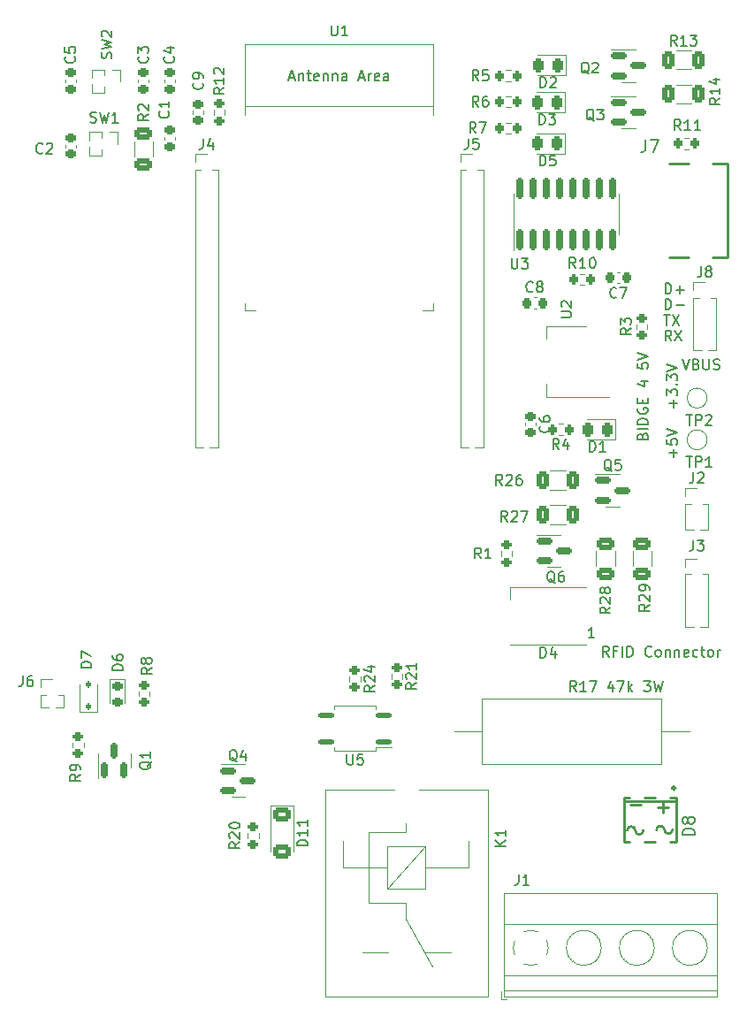
<source format=gbr>
%TF.GenerationSoftware,KiCad,Pcbnew,7.0.1*%
%TF.CreationDate,2023-08-30T08:57:09+02:00*%
%TF.ProjectId,LAS_V1,4c41535f-5631-42e6-9b69-6361645f7063,rev?*%
%TF.SameCoordinates,Original*%
%TF.FileFunction,Legend,Top*%
%TF.FilePolarity,Positive*%
%FSLAX46Y46*%
G04 Gerber Fmt 4.6, Leading zero omitted, Abs format (unit mm)*
G04 Created by KiCad (PCBNEW 7.0.1) date 2023-08-30 08:57:10*
%MOMM*%
%LPD*%
G01*
G04 APERTURE LIST*
G04 Aperture macros list*
%AMRoundRect*
0 Rectangle with rounded corners*
0 $1 Rounding radius*
0 $2 $3 $4 $5 $6 $7 $8 $9 X,Y pos of 4 corners*
0 Add a 4 corners polygon primitive as box body*
4,1,4,$2,$3,$4,$5,$6,$7,$8,$9,$2,$3,0*
0 Add four circle primitives for the rounded corners*
1,1,$1+$1,$2,$3*
1,1,$1+$1,$4,$5*
1,1,$1+$1,$6,$7*
1,1,$1+$1,$8,$9*
0 Add four rect primitives between the rounded corners*
20,1,$1+$1,$2,$3,$4,$5,0*
20,1,$1+$1,$4,$5,$6,$7,0*
20,1,$1+$1,$6,$7,$8,$9,0*
20,1,$1+$1,$8,$9,$2,$3,0*%
G04 Aperture macros list end*
%ADD10C,0.150000*%
%ADD11C,0.152000*%
%ADD12C,0.254000*%
%ADD13C,0.120000*%
%ADD14C,0.750000*%
%ADD15O,2.000000X1.200000*%
%ADD16O,1.800000X1.200000*%
%ADD17R,1.300000X0.300000*%
%ADD18RoundRect,0.250000X-0.625000X0.312500X-0.625000X-0.312500X0.625000X-0.312500X0.625000X0.312500X0*%
%ADD19R,1.000000X1.000000*%
%ADD20O,1.000000X1.000000*%
%ADD21RoundRect,0.200000X-0.275000X0.200000X-0.275000X-0.200000X0.275000X-0.200000X0.275000X0.200000X0*%
%ADD22RoundRect,0.200000X0.275000X-0.200000X0.275000X0.200000X-0.275000X0.200000X-0.275000X-0.200000X0*%
%ADD23RoundRect,0.243750X0.243750X0.456250X-0.243750X0.456250X-0.243750X-0.456250X0.243750X-0.456250X0*%
%ADD24RoundRect,0.218750X-0.256250X0.218750X-0.256250X-0.218750X0.256250X-0.218750X0.256250X0.218750X0*%
%ADD25RoundRect,0.150000X-0.587500X-0.150000X0.587500X-0.150000X0.587500X0.150000X-0.587500X0.150000X0*%
%ADD26R,2.600000X2.600000*%
%ADD27C,2.600000*%
%ADD28RoundRect,0.225000X-0.250000X0.225000X-0.250000X-0.225000X0.250000X-0.225000X0.250000X0.225000X0*%
%ADD29C,2.400000*%
%ADD30O,2.400000X2.400000*%
%ADD31RoundRect,0.200000X-0.200000X-0.275000X0.200000X-0.275000X0.200000X0.275000X-0.200000X0.275000X0*%
%ADD32R,2.000000X1.500000*%
%ADD33R,2.000000X3.800000*%
%ADD34RoundRect,0.150000X0.150000X-0.825000X0.150000X0.825000X-0.150000X0.825000X-0.150000X-0.825000X0*%
%ADD35C,1.500000*%
%ADD36R,1.500000X0.900000*%
%ADD37R,0.900000X1.500000*%
%ADD38R,0.900000X0.900000*%
%ADD39RoundRect,0.200000X0.200000X0.275000X-0.200000X0.275000X-0.200000X-0.275000X0.200000X-0.275000X0*%
%ADD40C,3.000000*%
%ADD41C,2.500000*%
%ADD42RoundRect,0.225000X-0.225000X-0.250000X0.225000X-0.250000X0.225000X0.250000X-0.225000X0.250000X0*%
%ADD43RoundRect,0.112500X0.112500X-0.187500X0.112500X0.187500X-0.112500X0.187500X-0.112500X-0.187500X0*%
%ADD44RoundRect,0.250000X0.312500X0.625000X-0.312500X0.625000X-0.312500X-0.625000X0.312500X-0.625000X0*%
%ADD45RoundRect,0.250000X-0.312500X-0.625000X0.312500X-0.625000X0.312500X0.625000X-0.312500X0.625000X0*%
%ADD46RoundRect,0.150000X0.150000X-0.587500X0.150000X0.587500X-0.150000X0.587500X-0.150000X-0.587500X0*%
%ADD47RoundRect,0.225000X0.250000X-0.225000X0.250000X0.225000X-0.250000X0.225000X-0.250000X-0.225000X0*%
%ADD48RoundRect,0.250000X-0.600000X0.400000X-0.600000X-0.400000X0.600000X-0.400000X0.600000X0.400000X0*%
%ADD49R,1.100000X2.000000*%
%ADD50RoundRect,0.137500X0.587500X0.137500X-0.587500X0.137500X-0.587500X-0.137500X0.587500X-0.137500X0*%
G04 APERTURE END LIST*
D10*
X153746666Y-92761904D02*
X153746666Y-92000000D01*
X154127619Y-92380952D02*
X153365714Y-92380952D01*
X153127619Y-91619047D02*
X153127619Y-91000000D01*
X153127619Y-91000000D02*
X153508571Y-91333333D01*
X153508571Y-91333333D02*
X153508571Y-91190476D01*
X153508571Y-91190476D02*
X153556190Y-91095238D01*
X153556190Y-91095238D02*
X153603809Y-91047619D01*
X153603809Y-91047619D02*
X153699047Y-91000000D01*
X153699047Y-91000000D02*
X153937142Y-91000000D01*
X153937142Y-91000000D02*
X154032380Y-91047619D01*
X154032380Y-91047619D02*
X154080000Y-91095238D01*
X154080000Y-91095238D02*
X154127619Y-91190476D01*
X154127619Y-91190476D02*
X154127619Y-91476190D01*
X154127619Y-91476190D02*
X154080000Y-91571428D01*
X154080000Y-91571428D02*
X154032380Y-91619047D01*
X154032380Y-90571428D02*
X154080000Y-90523809D01*
X154080000Y-90523809D02*
X154127619Y-90571428D01*
X154127619Y-90571428D02*
X154080000Y-90619047D01*
X154080000Y-90619047D02*
X154032380Y-90571428D01*
X154032380Y-90571428D02*
X154127619Y-90571428D01*
X153127619Y-90190476D02*
X153127619Y-89571429D01*
X153127619Y-89571429D02*
X153508571Y-89904762D01*
X153508571Y-89904762D02*
X153508571Y-89761905D01*
X153508571Y-89761905D02*
X153556190Y-89666667D01*
X153556190Y-89666667D02*
X153603809Y-89619048D01*
X153603809Y-89619048D02*
X153699047Y-89571429D01*
X153699047Y-89571429D02*
X153937142Y-89571429D01*
X153937142Y-89571429D02*
X154032380Y-89619048D01*
X154032380Y-89619048D02*
X154080000Y-89666667D01*
X154080000Y-89666667D02*
X154127619Y-89761905D01*
X154127619Y-89761905D02*
X154127619Y-90047619D01*
X154127619Y-90047619D02*
X154080000Y-90142857D01*
X154080000Y-90142857D02*
X154032380Y-90190476D01*
X153127619Y-89285714D02*
X154127619Y-88952381D01*
X154127619Y-88952381D02*
X153127619Y-88619048D01*
X152988095Y-83377619D02*
X152988095Y-82377619D01*
X152988095Y-82377619D02*
X153226190Y-82377619D01*
X153226190Y-82377619D02*
X153369047Y-82425238D01*
X153369047Y-82425238D02*
X153464285Y-82520476D01*
X153464285Y-82520476D02*
X153511904Y-82615714D01*
X153511904Y-82615714D02*
X153559523Y-82806190D01*
X153559523Y-82806190D02*
X153559523Y-82949047D01*
X153559523Y-82949047D02*
X153511904Y-83139523D01*
X153511904Y-83139523D02*
X153464285Y-83234761D01*
X153464285Y-83234761D02*
X153369047Y-83330000D01*
X153369047Y-83330000D02*
X153226190Y-83377619D01*
X153226190Y-83377619D02*
X152988095Y-83377619D01*
X153988095Y-82996666D02*
X154750000Y-82996666D01*
X154595238Y-88127619D02*
X154928571Y-89127619D01*
X154928571Y-89127619D02*
X155261904Y-88127619D01*
X155928571Y-88603809D02*
X156071428Y-88651428D01*
X156071428Y-88651428D02*
X156119047Y-88699047D01*
X156119047Y-88699047D02*
X156166666Y-88794285D01*
X156166666Y-88794285D02*
X156166666Y-88937142D01*
X156166666Y-88937142D02*
X156119047Y-89032380D01*
X156119047Y-89032380D02*
X156071428Y-89080000D01*
X156071428Y-89080000D02*
X155976190Y-89127619D01*
X155976190Y-89127619D02*
X155595238Y-89127619D01*
X155595238Y-89127619D02*
X155595238Y-88127619D01*
X155595238Y-88127619D02*
X155928571Y-88127619D01*
X155928571Y-88127619D02*
X156023809Y-88175238D01*
X156023809Y-88175238D02*
X156071428Y-88222857D01*
X156071428Y-88222857D02*
X156119047Y-88318095D01*
X156119047Y-88318095D02*
X156119047Y-88413333D01*
X156119047Y-88413333D02*
X156071428Y-88508571D01*
X156071428Y-88508571D02*
X156023809Y-88556190D01*
X156023809Y-88556190D02*
X155928571Y-88603809D01*
X155928571Y-88603809D02*
X155595238Y-88603809D01*
X156595238Y-88127619D02*
X156595238Y-88937142D01*
X156595238Y-88937142D02*
X156642857Y-89032380D01*
X156642857Y-89032380D02*
X156690476Y-89080000D01*
X156690476Y-89080000D02*
X156785714Y-89127619D01*
X156785714Y-89127619D02*
X156976190Y-89127619D01*
X156976190Y-89127619D02*
X157071428Y-89080000D01*
X157071428Y-89080000D02*
X157119047Y-89032380D01*
X157119047Y-89032380D02*
X157166666Y-88937142D01*
X157166666Y-88937142D02*
X157166666Y-88127619D01*
X157595238Y-89080000D02*
X157738095Y-89127619D01*
X157738095Y-89127619D02*
X157976190Y-89127619D01*
X157976190Y-89127619D02*
X158071428Y-89080000D01*
X158071428Y-89080000D02*
X158119047Y-89032380D01*
X158119047Y-89032380D02*
X158166666Y-88937142D01*
X158166666Y-88937142D02*
X158166666Y-88841904D01*
X158166666Y-88841904D02*
X158119047Y-88746666D01*
X158119047Y-88746666D02*
X158071428Y-88699047D01*
X158071428Y-88699047D02*
X157976190Y-88651428D01*
X157976190Y-88651428D02*
X157785714Y-88603809D01*
X157785714Y-88603809D02*
X157690476Y-88556190D01*
X157690476Y-88556190D02*
X157642857Y-88508571D01*
X157642857Y-88508571D02*
X157595238Y-88413333D01*
X157595238Y-88413333D02*
X157595238Y-88318095D01*
X157595238Y-88318095D02*
X157642857Y-88222857D01*
X157642857Y-88222857D02*
X157690476Y-88175238D01*
X157690476Y-88175238D02*
X157785714Y-88127619D01*
X157785714Y-88127619D02*
X158023809Y-88127619D01*
X158023809Y-88127619D02*
X158166666Y-88175238D01*
X153559523Y-86377619D02*
X153226190Y-85901428D01*
X152988095Y-86377619D02*
X152988095Y-85377619D01*
X152988095Y-85377619D02*
X153369047Y-85377619D01*
X153369047Y-85377619D02*
X153464285Y-85425238D01*
X153464285Y-85425238D02*
X153511904Y-85472857D01*
X153511904Y-85472857D02*
X153559523Y-85568095D01*
X153559523Y-85568095D02*
X153559523Y-85710952D01*
X153559523Y-85710952D02*
X153511904Y-85806190D01*
X153511904Y-85806190D02*
X153464285Y-85853809D01*
X153464285Y-85853809D02*
X153369047Y-85901428D01*
X153369047Y-85901428D02*
X152988095Y-85901428D01*
X153892857Y-85377619D02*
X154559523Y-86377619D01*
X154559523Y-85377619D02*
X153892857Y-86377619D01*
X147559523Y-116627619D02*
X147226190Y-116151428D01*
X146988095Y-116627619D02*
X146988095Y-115627619D01*
X146988095Y-115627619D02*
X147369047Y-115627619D01*
X147369047Y-115627619D02*
X147464285Y-115675238D01*
X147464285Y-115675238D02*
X147511904Y-115722857D01*
X147511904Y-115722857D02*
X147559523Y-115818095D01*
X147559523Y-115818095D02*
X147559523Y-115960952D01*
X147559523Y-115960952D02*
X147511904Y-116056190D01*
X147511904Y-116056190D02*
X147464285Y-116103809D01*
X147464285Y-116103809D02*
X147369047Y-116151428D01*
X147369047Y-116151428D02*
X146988095Y-116151428D01*
X148321428Y-116103809D02*
X147988095Y-116103809D01*
X147988095Y-116627619D02*
X147988095Y-115627619D01*
X147988095Y-115627619D02*
X148464285Y-115627619D01*
X148845238Y-116627619D02*
X148845238Y-115627619D01*
X149321428Y-116627619D02*
X149321428Y-115627619D01*
X149321428Y-115627619D02*
X149559523Y-115627619D01*
X149559523Y-115627619D02*
X149702380Y-115675238D01*
X149702380Y-115675238D02*
X149797618Y-115770476D01*
X149797618Y-115770476D02*
X149845237Y-115865714D01*
X149845237Y-115865714D02*
X149892856Y-116056190D01*
X149892856Y-116056190D02*
X149892856Y-116199047D01*
X149892856Y-116199047D02*
X149845237Y-116389523D01*
X149845237Y-116389523D02*
X149797618Y-116484761D01*
X149797618Y-116484761D02*
X149702380Y-116580000D01*
X149702380Y-116580000D02*
X149559523Y-116627619D01*
X149559523Y-116627619D02*
X149321428Y-116627619D01*
X151654761Y-116532380D02*
X151607142Y-116580000D01*
X151607142Y-116580000D02*
X151464285Y-116627619D01*
X151464285Y-116627619D02*
X151369047Y-116627619D01*
X151369047Y-116627619D02*
X151226190Y-116580000D01*
X151226190Y-116580000D02*
X151130952Y-116484761D01*
X151130952Y-116484761D02*
X151083333Y-116389523D01*
X151083333Y-116389523D02*
X151035714Y-116199047D01*
X151035714Y-116199047D02*
X151035714Y-116056190D01*
X151035714Y-116056190D02*
X151083333Y-115865714D01*
X151083333Y-115865714D02*
X151130952Y-115770476D01*
X151130952Y-115770476D02*
X151226190Y-115675238D01*
X151226190Y-115675238D02*
X151369047Y-115627619D01*
X151369047Y-115627619D02*
X151464285Y-115627619D01*
X151464285Y-115627619D02*
X151607142Y-115675238D01*
X151607142Y-115675238D02*
X151654761Y-115722857D01*
X152226190Y-116627619D02*
X152130952Y-116580000D01*
X152130952Y-116580000D02*
X152083333Y-116532380D01*
X152083333Y-116532380D02*
X152035714Y-116437142D01*
X152035714Y-116437142D02*
X152035714Y-116151428D01*
X152035714Y-116151428D02*
X152083333Y-116056190D01*
X152083333Y-116056190D02*
X152130952Y-116008571D01*
X152130952Y-116008571D02*
X152226190Y-115960952D01*
X152226190Y-115960952D02*
X152369047Y-115960952D01*
X152369047Y-115960952D02*
X152464285Y-116008571D01*
X152464285Y-116008571D02*
X152511904Y-116056190D01*
X152511904Y-116056190D02*
X152559523Y-116151428D01*
X152559523Y-116151428D02*
X152559523Y-116437142D01*
X152559523Y-116437142D02*
X152511904Y-116532380D01*
X152511904Y-116532380D02*
X152464285Y-116580000D01*
X152464285Y-116580000D02*
X152369047Y-116627619D01*
X152369047Y-116627619D02*
X152226190Y-116627619D01*
X152988095Y-115960952D02*
X152988095Y-116627619D01*
X152988095Y-116056190D02*
X153035714Y-116008571D01*
X153035714Y-116008571D02*
X153130952Y-115960952D01*
X153130952Y-115960952D02*
X153273809Y-115960952D01*
X153273809Y-115960952D02*
X153369047Y-116008571D01*
X153369047Y-116008571D02*
X153416666Y-116103809D01*
X153416666Y-116103809D02*
X153416666Y-116627619D01*
X153892857Y-115960952D02*
X153892857Y-116627619D01*
X153892857Y-116056190D02*
X153940476Y-116008571D01*
X153940476Y-116008571D02*
X154035714Y-115960952D01*
X154035714Y-115960952D02*
X154178571Y-115960952D01*
X154178571Y-115960952D02*
X154273809Y-116008571D01*
X154273809Y-116008571D02*
X154321428Y-116103809D01*
X154321428Y-116103809D02*
X154321428Y-116627619D01*
X155178571Y-116580000D02*
X155083333Y-116627619D01*
X155083333Y-116627619D02*
X154892857Y-116627619D01*
X154892857Y-116627619D02*
X154797619Y-116580000D01*
X154797619Y-116580000D02*
X154750000Y-116484761D01*
X154750000Y-116484761D02*
X154750000Y-116103809D01*
X154750000Y-116103809D02*
X154797619Y-116008571D01*
X154797619Y-116008571D02*
X154892857Y-115960952D01*
X154892857Y-115960952D02*
X155083333Y-115960952D01*
X155083333Y-115960952D02*
X155178571Y-116008571D01*
X155178571Y-116008571D02*
X155226190Y-116103809D01*
X155226190Y-116103809D02*
X155226190Y-116199047D01*
X155226190Y-116199047D02*
X154750000Y-116294285D01*
X156083333Y-116580000D02*
X155988095Y-116627619D01*
X155988095Y-116627619D02*
X155797619Y-116627619D01*
X155797619Y-116627619D02*
X155702381Y-116580000D01*
X155702381Y-116580000D02*
X155654762Y-116532380D01*
X155654762Y-116532380D02*
X155607143Y-116437142D01*
X155607143Y-116437142D02*
X155607143Y-116151428D01*
X155607143Y-116151428D02*
X155654762Y-116056190D01*
X155654762Y-116056190D02*
X155702381Y-116008571D01*
X155702381Y-116008571D02*
X155797619Y-115960952D01*
X155797619Y-115960952D02*
X155988095Y-115960952D01*
X155988095Y-115960952D02*
X156083333Y-116008571D01*
X156369048Y-115960952D02*
X156750000Y-115960952D01*
X156511905Y-115627619D02*
X156511905Y-116484761D01*
X156511905Y-116484761D02*
X156559524Y-116580000D01*
X156559524Y-116580000D02*
X156654762Y-116627619D01*
X156654762Y-116627619D02*
X156750000Y-116627619D01*
X157226191Y-116627619D02*
X157130953Y-116580000D01*
X157130953Y-116580000D02*
X157083334Y-116532380D01*
X157083334Y-116532380D02*
X157035715Y-116437142D01*
X157035715Y-116437142D02*
X157035715Y-116151428D01*
X157035715Y-116151428D02*
X157083334Y-116056190D01*
X157083334Y-116056190D02*
X157130953Y-116008571D01*
X157130953Y-116008571D02*
X157226191Y-115960952D01*
X157226191Y-115960952D02*
X157369048Y-115960952D01*
X157369048Y-115960952D02*
X157464286Y-116008571D01*
X157464286Y-116008571D02*
X157511905Y-116056190D01*
X157511905Y-116056190D02*
X157559524Y-116151428D01*
X157559524Y-116151428D02*
X157559524Y-116437142D01*
X157559524Y-116437142D02*
X157511905Y-116532380D01*
X157511905Y-116532380D02*
X157464286Y-116580000D01*
X157464286Y-116580000D02*
X157369048Y-116627619D01*
X157369048Y-116627619D02*
X157226191Y-116627619D01*
X157988096Y-116627619D02*
X157988096Y-115960952D01*
X157988096Y-116151428D02*
X158035715Y-116056190D01*
X158035715Y-116056190D02*
X158083334Y-116008571D01*
X158083334Y-116008571D02*
X158178572Y-115960952D01*
X158178572Y-115960952D02*
X158273810Y-115960952D01*
X152845238Y-83877619D02*
X153416666Y-83877619D01*
X153130952Y-84877619D02*
X153130952Y-83877619D01*
X153654762Y-83877619D02*
X154321428Y-84877619D01*
X154321428Y-83877619D02*
X153654762Y-84877619D01*
X153746666Y-97511904D02*
X153746666Y-96750000D01*
X154127619Y-97130952D02*
X153365714Y-97130952D01*
X153127619Y-95797619D02*
X153127619Y-96273809D01*
X153127619Y-96273809D02*
X153603809Y-96321428D01*
X153603809Y-96321428D02*
X153556190Y-96273809D01*
X153556190Y-96273809D02*
X153508571Y-96178571D01*
X153508571Y-96178571D02*
X153508571Y-95940476D01*
X153508571Y-95940476D02*
X153556190Y-95845238D01*
X153556190Y-95845238D02*
X153603809Y-95797619D01*
X153603809Y-95797619D02*
X153699047Y-95750000D01*
X153699047Y-95750000D02*
X153937142Y-95750000D01*
X153937142Y-95750000D02*
X154032380Y-95797619D01*
X154032380Y-95797619D02*
X154080000Y-95845238D01*
X154080000Y-95845238D02*
X154127619Y-95940476D01*
X154127619Y-95940476D02*
X154127619Y-96178571D01*
X154127619Y-96178571D02*
X154080000Y-96273809D01*
X154080000Y-96273809D02*
X154032380Y-96321428D01*
X153127619Y-95464285D02*
X154127619Y-95130952D01*
X154127619Y-95130952D02*
X153127619Y-94797619D01*
X152988095Y-81877619D02*
X152988095Y-80877619D01*
X152988095Y-80877619D02*
X153226190Y-80877619D01*
X153226190Y-80877619D02*
X153369047Y-80925238D01*
X153369047Y-80925238D02*
X153464285Y-81020476D01*
X153464285Y-81020476D02*
X153511904Y-81115714D01*
X153511904Y-81115714D02*
X153559523Y-81306190D01*
X153559523Y-81306190D02*
X153559523Y-81449047D01*
X153559523Y-81449047D02*
X153511904Y-81639523D01*
X153511904Y-81639523D02*
X153464285Y-81734761D01*
X153464285Y-81734761D02*
X153369047Y-81830000D01*
X153369047Y-81830000D02*
X153226190Y-81877619D01*
X153226190Y-81877619D02*
X152988095Y-81877619D01*
X153988095Y-81496666D02*
X154750000Y-81496666D01*
X154369047Y-81877619D02*
X154369047Y-81115714D01*
D11*
%TO.C,J7*%
X151098714Y-67135773D02*
X151098714Y-67952202D01*
X151098714Y-67952202D02*
X151044285Y-68115487D01*
X151044285Y-68115487D02*
X150935428Y-68224345D01*
X150935428Y-68224345D02*
X150772142Y-68278773D01*
X150772142Y-68278773D02*
X150663285Y-68278773D01*
X151534142Y-67135773D02*
X152296142Y-67135773D01*
X152296142Y-67135773D02*
X151806285Y-68278773D01*
D10*
%TO.C,R2*%
X103462619Y-64676666D02*
X102986428Y-65009999D01*
X103462619Y-65248094D02*
X102462619Y-65248094D01*
X102462619Y-65248094D02*
X102462619Y-64867142D01*
X102462619Y-64867142D02*
X102510238Y-64771904D01*
X102510238Y-64771904D02*
X102557857Y-64724285D01*
X102557857Y-64724285D02*
X102653095Y-64676666D01*
X102653095Y-64676666D02*
X102795952Y-64676666D01*
X102795952Y-64676666D02*
X102891190Y-64724285D01*
X102891190Y-64724285D02*
X102938809Y-64771904D01*
X102938809Y-64771904D02*
X102986428Y-64867142D01*
X102986428Y-64867142D02*
X102986428Y-65248094D01*
X102557857Y-64295713D02*
X102510238Y-64248094D01*
X102510238Y-64248094D02*
X102462619Y-64152856D01*
X102462619Y-64152856D02*
X102462619Y-63914761D01*
X102462619Y-63914761D02*
X102510238Y-63819523D01*
X102510238Y-63819523D02*
X102557857Y-63771904D01*
X102557857Y-63771904D02*
X102653095Y-63724285D01*
X102653095Y-63724285D02*
X102748333Y-63724285D01*
X102748333Y-63724285D02*
X102891190Y-63771904D01*
X102891190Y-63771904D02*
X103462619Y-64343332D01*
X103462619Y-64343332D02*
X103462619Y-63724285D01*
%TO.C,SW1*%
X97916667Y-65435000D02*
X98059524Y-65482619D01*
X98059524Y-65482619D02*
X98297619Y-65482619D01*
X98297619Y-65482619D02*
X98392857Y-65435000D01*
X98392857Y-65435000D02*
X98440476Y-65387380D01*
X98440476Y-65387380D02*
X98488095Y-65292142D01*
X98488095Y-65292142D02*
X98488095Y-65196904D01*
X98488095Y-65196904D02*
X98440476Y-65101666D01*
X98440476Y-65101666D02*
X98392857Y-65054047D01*
X98392857Y-65054047D02*
X98297619Y-65006428D01*
X98297619Y-65006428D02*
X98107143Y-64958809D01*
X98107143Y-64958809D02*
X98011905Y-64911190D01*
X98011905Y-64911190D02*
X97964286Y-64863571D01*
X97964286Y-64863571D02*
X97916667Y-64768333D01*
X97916667Y-64768333D02*
X97916667Y-64673095D01*
X97916667Y-64673095D02*
X97964286Y-64577857D01*
X97964286Y-64577857D02*
X98011905Y-64530238D01*
X98011905Y-64530238D02*
X98107143Y-64482619D01*
X98107143Y-64482619D02*
X98345238Y-64482619D01*
X98345238Y-64482619D02*
X98488095Y-64530238D01*
X98821429Y-64482619D02*
X99059524Y-65482619D01*
X99059524Y-65482619D02*
X99250000Y-64768333D01*
X99250000Y-64768333D02*
X99440476Y-65482619D01*
X99440476Y-65482619D02*
X99678572Y-64482619D01*
X100583333Y-65482619D02*
X100011905Y-65482619D01*
X100297619Y-65482619D02*
X100297619Y-64482619D01*
X100297619Y-64482619D02*
X100202381Y-64625476D01*
X100202381Y-64625476D02*
X100107143Y-64720714D01*
X100107143Y-64720714D02*
X100011905Y-64768333D01*
%TO.C,J4*%
X108716666Y-67017619D02*
X108716666Y-67731904D01*
X108716666Y-67731904D02*
X108669047Y-67874761D01*
X108669047Y-67874761D02*
X108573809Y-67970000D01*
X108573809Y-67970000D02*
X108430952Y-68017619D01*
X108430952Y-68017619D02*
X108335714Y-68017619D01*
X109621428Y-67350952D02*
X109621428Y-68017619D01*
X109383333Y-66970000D02*
X109145238Y-67684285D01*
X109145238Y-67684285D02*
X109764285Y-67684285D01*
%TO.C,R12*%
X110712619Y-62152857D02*
X110236428Y-62486190D01*
X110712619Y-62724285D02*
X109712619Y-62724285D01*
X109712619Y-62724285D02*
X109712619Y-62343333D01*
X109712619Y-62343333D02*
X109760238Y-62248095D01*
X109760238Y-62248095D02*
X109807857Y-62200476D01*
X109807857Y-62200476D02*
X109903095Y-62152857D01*
X109903095Y-62152857D02*
X110045952Y-62152857D01*
X110045952Y-62152857D02*
X110141190Y-62200476D01*
X110141190Y-62200476D02*
X110188809Y-62248095D01*
X110188809Y-62248095D02*
X110236428Y-62343333D01*
X110236428Y-62343333D02*
X110236428Y-62724285D01*
X110712619Y-61200476D02*
X110712619Y-61771904D01*
X110712619Y-61486190D02*
X109712619Y-61486190D01*
X109712619Y-61486190D02*
X109855476Y-61581428D01*
X109855476Y-61581428D02*
X109950714Y-61676666D01*
X109950714Y-61676666D02*
X109998333Y-61771904D01*
X109807857Y-60819523D02*
X109760238Y-60771904D01*
X109760238Y-60771904D02*
X109712619Y-60676666D01*
X109712619Y-60676666D02*
X109712619Y-60438571D01*
X109712619Y-60438571D02*
X109760238Y-60343333D01*
X109760238Y-60343333D02*
X109807857Y-60295714D01*
X109807857Y-60295714D02*
X109903095Y-60248095D01*
X109903095Y-60248095D02*
X109998333Y-60248095D01*
X109998333Y-60248095D02*
X110141190Y-60295714D01*
X110141190Y-60295714D02*
X110712619Y-60867142D01*
X110712619Y-60867142D02*
X110712619Y-60248095D01*
%TO.C,R3*%
X149712619Y-85166666D02*
X149236428Y-85499999D01*
X149712619Y-85738094D02*
X148712619Y-85738094D01*
X148712619Y-85738094D02*
X148712619Y-85357142D01*
X148712619Y-85357142D02*
X148760238Y-85261904D01*
X148760238Y-85261904D02*
X148807857Y-85214285D01*
X148807857Y-85214285D02*
X148903095Y-85166666D01*
X148903095Y-85166666D02*
X149045952Y-85166666D01*
X149045952Y-85166666D02*
X149141190Y-85214285D01*
X149141190Y-85214285D02*
X149188809Y-85261904D01*
X149188809Y-85261904D02*
X149236428Y-85357142D01*
X149236428Y-85357142D02*
X149236428Y-85738094D01*
X148712619Y-84833332D02*
X148712619Y-84214285D01*
X148712619Y-84214285D02*
X149093571Y-84547618D01*
X149093571Y-84547618D02*
X149093571Y-84404761D01*
X149093571Y-84404761D02*
X149141190Y-84309523D01*
X149141190Y-84309523D02*
X149188809Y-84261904D01*
X149188809Y-84261904D02*
X149284047Y-84214285D01*
X149284047Y-84214285D02*
X149522142Y-84214285D01*
X149522142Y-84214285D02*
X149617380Y-84261904D01*
X149617380Y-84261904D02*
X149665000Y-84309523D01*
X149665000Y-84309523D02*
X149712619Y-84404761D01*
X149712619Y-84404761D02*
X149712619Y-84690475D01*
X149712619Y-84690475D02*
X149665000Y-84785713D01*
X149665000Y-84785713D02*
X149617380Y-84833332D01*
X150788809Y-95511904D02*
X150836428Y-95369047D01*
X150836428Y-95369047D02*
X150884047Y-95321428D01*
X150884047Y-95321428D02*
X150979285Y-95273809D01*
X150979285Y-95273809D02*
X151122142Y-95273809D01*
X151122142Y-95273809D02*
X151217380Y-95321428D01*
X151217380Y-95321428D02*
X151265000Y-95369047D01*
X151265000Y-95369047D02*
X151312619Y-95464285D01*
X151312619Y-95464285D02*
X151312619Y-95845237D01*
X151312619Y-95845237D02*
X150312619Y-95845237D01*
X150312619Y-95845237D02*
X150312619Y-95511904D01*
X150312619Y-95511904D02*
X150360238Y-95416666D01*
X150360238Y-95416666D02*
X150407857Y-95369047D01*
X150407857Y-95369047D02*
X150503095Y-95321428D01*
X150503095Y-95321428D02*
X150598333Y-95321428D01*
X150598333Y-95321428D02*
X150693571Y-95369047D01*
X150693571Y-95369047D02*
X150741190Y-95416666D01*
X150741190Y-95416666D02*
X150788809Y-95511904D01*
X150788809Y-95511904D02*
X150788809Y-95845237D01*
X151312619Y-94845237D02*
X150312619Y-94845237D01*
X151312619Y-94369047D02*
X150312619Y-94369047D01*
X150312619Y-94369047D02*
X150312619Y-94130952D01*
X150312619Y-94130952D02*
X150360238Y-93988095D01*
X150360238Y-93988095D02*
X150455476Y-93892857D01*
X150455476Y-93892857D02*
X150550714Y-93845238D01*
X150550714Y-93845238D02*
X150741190Y-93797619D01*
X150741190Y-93797619D02*
X150884047Y-93797619D01*
X150884047Y-93797619D02*
X151074523Y-93845238D01*
X151074523Y-93845238D02*
X151169761Y-93892857D01*
X151169761Y-93892857D02*
X151265000Y-93988095D01*
X151265000Y-93988095D02*
X151312619Y-94130952D01*
X151312619Y-94130952D02*
X151312619Y-94369047D01*
X150360238Y-92845238D02*
X150312619Y-92940476D01*
X150312619Y-92940476D02*
X150312619Y-93083333D01*
X150312619Y-93083333D02*
X150360238Y-93226190D01*
X150360238Y-93226190D02*
X150455476Y-93321428D01*
X150455476Y-93321428D02*
X150550714Y-93369047D01*
X150550714Y-93369047D02*
X150741190Y-93416666D01*
X150741190Y-93416666D02*
X150884047Y-93416666D01*
X150884047Y-93416666D02*
X151074523Y-93369047D01*
X151074523Y-93369047D02*
X151169761Y-93321428D01*
X151169761Y-93321428D02*
X151265000Y-93226190D01*
X151265000Y-93226190D02*
X151312619Y-93083333D01*
X151312619Y-93083333D02*
X151312619Y-92988095D01*
X151312619Y-92988095D02*
X151265000Y-92845238D01*
X151265000Y-92845238D02*
X151217380Y-92797619D01*
X151217380Y-92797619D02*
X150884047Y-92797619D01*
X150884047Y-92797619D02*
X150884047Y-92988095D01*
X150788809Y-92369047D02*
X150788809Y-92035714D01*
X151312619Y-91892857D02*
X151312619Y-92369047D01*
X151312619Y-92369047D02*
X150312619Y-92369047D01*
X150312619Y-92369047D02*
X150312619Y-91892857D01*
X150645952Y-90273809D02*
X151312619Y-90273809D01*
X150265000Y-90511904D02*
X150979285Y-90749999D01*
X150979285Y-90749999D02*
X150979285Y-90130952D01*
X150312619Y-88511904D02*
X150312619Y-88988094D01*
X150312619Y-88988094D02*
X150788809Y-89035713D01*
X150788809Y-89035713D02*
X150741190Y-88988094D01*
X150741190Y-88988094D02*
X150693571Y-88892856D01*
X150693571Y-88892856D02*
X150693571Y-88654761D01*
X150693571Y-88654761D02*
X150741190Y-88559523D01*
X150741190Y-88559523D02*
X150788809Y-88511904D01*
X150788809Y-88511904D02*
X150884047Y-88464285D01*
X150884047Y-88464285D02*
X151122142Y-88464285D01*
X151122142Y-88464285D02*
X151217380Y-88511904D01*
X151217380Y-88511904D02*
X151265000Y-88559523D01*
X151265000Y-88559523D02*
X151312619Y-88654761D01*
X151312619Y-88654761D02*
X151312619Y-88892856D01*
X151312619Y-88892856D02*
X151265000Y-88988094D01*
X151265000Y-88988094D02*
X151217380Y-89035713D01*
X150312619Y-88178570D02*
X151312619Y-87845237D01*
X151312619Y-87845237D02*
X150312619Y-87511904D01*
%TO.C,D1*%
X145724405Y-96977619D02*
X145724405Y-95977619D01*
X145724405Y-95977619D02*
X145962500Y-95977619D01*
X145962500Y-95977619D02*
X146105357Y-96025238D01*
X146105357Y-96025238D02*
X146200595Y-96120476D01*
X146200595Y-96120476D02*
X146248214Y-96215714D01*
X146248214Y-96215714D02*
X146295833Y-96406190D01*
X146295833Y-96406190D02*
X146295833Y-96549047D01*
X146295833Y-96549047D02*
X146248214Y-96739523D01*
X146248214Y-96739523D02*
X146200595Y-96834761D01*
X146200595Y-96834761D02*
X146105357Y-96930000D01*
X146105357Y-96930000D02*
X145962500Y-96977619D01*
X145962500Y-96977619D02*
X145724405Y-96977619D01*
X147248214Y-96977619D02*
X146676786Y-96977619D01*
X146962500Y-96977619D02*
X146962500Y-95977619D01*
X146962500Y-95977619D02*
X146867262Y-96120476D01*
X146867262Y-96120476D02*
X146772024Y-96215714D01*
X146772024Y-96215714D02*
X146676786Y-96263333D01*
%TO.C,D6*%
X101012619Y-117925594D02*
X100012619Y-117925594D01*
X100012619Y-117925594D02*
X100012619Y-117687499D01*
X100012619Y-117687499D02*
X100060238Y-117544642D01*
X100060238Y-117544642D02*
X100155476Y-117449404D01*
X100155476Y-117449404D02*
X100250714Y-117401785D01*
X100250714Y-117401785D02*
X100441190Y-117354166D01*
X100441190Y-117354166D02*
X100584047Y-117354166D01*
X100584047Y-117354166D02*
X100774523Y-117401785D01*
X100774523Y-117401785D02*
X100869761Y-117449404D01*
X100869761Y-117449404D02*
X100965000Y-117544642D01*
X100965000Y-117544642D02*
X101012619Y-117687499D01*
X101012619Y-117687499D02*
X101012619Y-117925594D01*
X100012619Y-116497023D02*
X100012619Y-116687499D01*
X100012619Y-116687499D02*
X100060238Y-116782737D01*
X100060238Y-116782737D02*
X100107857Y-116830356D01*
X100107857Y-116830356D02*
X100250714Y-116925594D01*
X100250714Y-116925594D02*
X100441190Y-116973213D01*
X100441190Y-116973213D02*
X100822142Y-116973213D01*
X100822142Y-116973213D02*
X100917380Y-116925594D01*
X100917380Y-116925594D02*
X100965000Y-116877975D01*
X100965000Y-116877975D02*
X101012619Y-116782737D01*
X101012619Y-116782737D02*
X101012619Y-116592261D01*
X101012619Y-116592261D02*
X100965000Y-116497023D01*
X100965000Y-116497023D02*
X100917380Y-116449404D01*
X100917380Y-116449404D02*
X100822142Y-116401785D01*
X100822142Y-116401785D02*
X100584047Y-116401785D01*
X100584047Y-116401785D02*
X100488809Y-116449404D01*
X100488809Y-116449404D02*
X100441190Y-116497023D01*
X100441190Y-116497023D02*
X100393571Y-116592261D01*
X100393571Y-116592261D02*
X100393571Y-116782737D01*
X100393571Y-116782737D02*
X100441190Y-116877975D01*
X100441190Y-116877975D02*
X100488809Y-116925594D01*
X100488809Y-116925594D02*
X100584047Y-116973213D01*
%TO.C,J2*%
X155666666Y-98992619D02*
X155666666Y-99706904D01*
X155666666Y-99706904D02*
X155619047Y-99849761D01*
X155619047Y-99849761D02*
X155523809Y-99945000D01*
X155523809Y-99945000D02*
X155380952Y-99992619D01*
X155380952Y-99992619D02*
X155285714Y-99992619D01*
X156095238Y-99087857D02*
X156142857Y-99040238D01*
X156142857Y-99040238D02*
X156238095Y-98992619D01*
X156238095Y-98992619D02*
X156476190Y-98992619D01*
X156476190Y-98992619D02*
X156571428Y-99040238D01*
X156571428Y-99040238D02*
X156619047Y-99087857D01*
X156619047Y-99087857D02*
X156666666Y-99183095D01*
X156666666Y-99183095D02*
X156666666Y-99278333D01*
X156666666Y-99278333D02*
X156619047Y-99421190D01*
X156619047Y-99421190D02*
X156047619Y-99992619D01*
X156047619Y-99992619D02*
X156666666Y-99992619D01*
%TO.C,Q3*%
X146154761Y-65317857D02*
X146059523Y-65270238D01*
X146059523Y-65270238D02*
X145964285Y-65175000D01*
X145964285Y-65175000D02*
X145821428Y-65032142D01*
X145821428Y-65032142D02*
X145726190Y-64984523D01*
X145726190Y-64984523D02*
X145630952Y-64984523D01*
X145678571Y-65222619D02*
X145583333Y-65175000D01*
X145583333Y-65175000D02*
X145488095Y-65079761D01*
X145488095Y-65079761D02*
X145440476Y-64889285D01*
X145440476Y-64889285D02*
X145440476Y-64555952D01*
X145440476Y-64555952D02*
X145488095Y-64365476D01*
X145488095Y-64365476D02*
X145583333Y-64270238D01*
X145583333Y-64270238D02*
X145678571Y-64222619D01*
X145678571Y-64222619D02*
X145869047Y-64222619D01*
X145869047Y-64222619D02*
X145964285Y-64270238D01*
X145964285Y-64270238D02*
X146059523Y-64365476D01*
X146059523Y-64365476D02*
X146107142Y-64555952D01*
X146107142Y-64555952D02*
X146107142Y-64889285D01*
X146107142Y-64889285D02*
X146059523Y-65079761D01*
X146059523Y-65079761D02*
X145964285Y-65175000D01*
X145964285Y-65175000D02*
X145869047Y-65222619D01*
X145869047Y-65222619D02*
X145678571Y-65222619D01*
X146440476Y-64222619D02*
X147059523Y-64222619D01*
X147059523Y-64222619D02*
X146726190Y-64603571D01*
X146726190Y-64603571D02*
X146869047Y-64603571D01*
X146869047Y-64603571D02*
X146964285Y-64651190D01*
X146964285Y-64651190D02*
X147011904Y-64698809D01*
X147011904Y-64698809D02*
X147059523Y-64794047D01*
X147059523Y-64794047D02*
X147059523Y-65032142D01*
X147059523Y-65032142D02*
X147011904Y-65127380D01*
X147011904Y-65127380D02*
X146964285Y-65175000D01*
X146964285Y-65175000D02*
X146869047Y-65222619D01*
X146869047Y-65222619D02*
X146583333Y-65222619D01*
X146583333Y-65222619D02*
X146488095Y-65175000D01*
X146488095Y-65175000D02*
X146440476Y-65127380D01*
%TO.C,R21*%
X129142619Y-119142857D02*
X128666428Y-119476190D01*
X129142619Y-119714285D02*
X128142619Y-119714285D01*
X128142619Y-119714285D02*
X128142619Y-119333333D01*
X128142619Y-119333333D02*
X128190238Y-119238095D01*
X128190238Y-119238095D02*
X128237857Y-119190476D01*
X128237857Y-119190476D02*
X128333095Y-119142857D01*
X128333095Y-119142857D02*
X128475952Y-119142857D01*
X128475952Y-119142857D02*
X128571190Y-119190476D01*
X128571190Y-119190476D02*
X128618809Y-119238095D01*
X128618809Y-119238095D02*
X128666428Y-119333333D01*
X128666428Y-119333333D02*
X128666428Y-119714285D01*
X128237857Y-118761904D02*
X128190238Y-118714285D01*
X128190238Y-118714285D02*
X128142619Y-118619047D01*
X128142619Y-118619047D02*
X128142619Y-118380952D01*
X128142619Y-118380952D02*
X128190238Y-118285714D01*
X128190238Y-118285714D02*
X128237857Y-118238095D01*
X128237857Y-118238095D02*
X128333095Y-118190476D01*
X128333095Y-118190476D02*
X128428333Y-118190476D01*
X128428333Y-118190476D02*
X128571190Y-118238095D01*
X128571190Y-118238095D02*
X129142619Y-118809523D01*
X129142619Y-118809523D02*
X129142619Y-118190476D01*
X129142619Y-117238095D02*
X129142619Y-117809523D01*
X129142619Y-117523809D02*
X128142619Y-117523809D01*
X128142619Y-117523809D02*
X128285476Y-117619047D01*
X128285476Y-117619047D02*
X128380714Y-117714285D01*
X128380714Y-117714285D02*
X128428333Y-117809523D01*
%TO.C,J1*%
X138916666Y-137462619D02*
X138916666Y-138176904D01*
X138916666Y-138176904D02*
X138869047Y-138319761D01*
X138869047Y-138319761D02*
X138773809Y-138415000D01*
X138773809Y-138415000D02*
X138630952Y-138462619D01*
X138630952Y-138462619D02*
X138535714Y-138462619D01*
X139916666Y-138462619D02*
X139345238Y-138462619D01*
X139630952Y-138462619D02*
X139630952Y-137462619D01*
X139630952Y-137462619D02*
X139535714Y-137605476D01*
X139535714Y-137605476D02*
X139440476Y-137700714D01*
X139440476Y-137700714D02*
X139345238Y-137748333D01*
%TO.C,C1*%
X105367380Y-64401666D02*
X105415000Y-64449285D01*
X105415000Y-64449285D02*
X105462619Y-64592142D01*
X105462619Y-64592142D02*
X105462619Y-64687380D01*
X105462619Y-64687380D02*
X105415000Y-64830237D01*
X105415000Y-64830237D02*
X105319761Y-64925475D01*
X105319761Y-64925475D02*
X105224523Y-64973094D01*
X105224523Y-64973094D02*
X105034047Y-65020713D01*
X105034047Y-65020713D02*
X104891190Y-65020713D01*
X104891190Y-65020713D02*
X104700714Y-64973094D01*
X104700714Y-64973094D02*
X104605476Y-64925475D01*
X104605476Y-64925475D02*
X104510238Y-64830237D01*
X104510238Y-64830237D02*
X104462619Y-64687380D01*
X104462619Y-64687380D02*
X104462619Y-64592142D01*
X104462619Y-64592142D02*
X104510238Y-64449285D01*
X104510238Y-64449285D02*
X104557857Y-64401666D01*
X105462619Y-63449285D02*
X105462619Y-64020713D01*
X105462619Y-63734999D02*
X104462619Y-63734999D01*
X104462619Y-63734999D02*
X104605476Y-63830237D01*
X104605476Y-63830237D02*
X104700714Y-63925475D01*
X104700714Y-63925475D02*
X104748333Y-64020713D01*
%TO.C,D2*%
X141011905Y-62112619D02*
X141011905Y-61112619D01*
X141011905Y-61112619D02*
X141250000Y-61112619D01*
X141250000Y-61112619D02*
X141392857Y-61160238D01*
X141392857Y-61160238D02*
X141488095Y-61255476D01*
X141488095Y-61255476D02*
X141535714Y-61350714D01*
X141535714Y-61350714D02*
X141583333Y-61541190D01*
X141583333Y-61541190D02*
X141583333Y-61684047D01*
X141583333Y-61684047D02*
X141535714Y-61874523D01*
X141535714Y-61874523D02*
X141488095Y-61969761D01*
X141488095Y-61969761D02*
X141392857Y-62065000D01*
X141392857Y-62065000D02*
X141250000Y-62112619D01*
X141250000Y-62112619D02*
X141011905Y-62112619D01*
X141964286Y-61207857D02*
X142011905Y-61160238D01*
X142011905Y-61160238D02*
X142107143Y-61112619D01*
X142107143Y-61112619D02*
X142345238Y-61112619D01*
X142345238Y-61112619D02*
X142440476Y-61160238D01*
X142440476Y-61160238D02*
X142488095Y-61207857D01*
X142488095Y-61207857D02*
X142535714Y-61303095D01*
X142535714Y-61303095D02*
X142535714Y-61398333D01*
X142535714Y-61398333D02*
X142488095Y-61541190D01*
X142488095Y-61541190D02*
X141916667Y-62112619D01*
X141916667Y-62112619D02*
X142535714Y-62112619D01*
%TO.C,R24*%
X125142619Y-119392857D02*
X124666428Y-119726190D01*
X125142619Y-119964285D02*
X124142619Y-119964285D01*
X124142619Y-119964285D02*
X124142619Y-119583333D01*
X124142619Y-119583333D02*
X124190238Y-119488095D01*
X124190238Y-119488095D02*
X124237857Y-119440476D01*
X124237857Y-119440476D02*
X124333095Y-119392857D01*
X124333095Y-119392857D02*
X124475952Y-119392857D01*
X124475952Y-119392857D02*
X124571190Y-119440476D01*
X124571190Y-119440476D02*
X124618809Y-119488095D01*
X124618809Y-119488095D02*
X124666428Y-119583333D01*
X124666428Y-119583333D02*
X124666428Y-119964285D01*
X124237857Y-119011904D02*
X124190238Y-118964285D01*
X124190238Y-118964285D02*
X124142619Y-118869047D01*
X124142619Y-118869047D02*
X124142619Y-118630952D01*
X124142619Y-118630952D02*
X124190238Y-118535714D01*
X124190238Y-118535714D02*
X124237857Y-118488095D01*
X124237857Y-118488095D02*
X124333095Y-118440476D01*
X124333095Y-118440476D02*
X124428333Y-118440476D01*
X124428333Y-118440476D02*
X124571190Y-118488095D01*
X124571190Y-118488095D02*
X125142619Y-119059523D01*
X125142619Y-119059523D02*
X125142619Y-118440476D01*
X124475952Y-117583333D02*
X125142619Y-117583333D01*
X124095000Y-117821428D02*
X124809285Y-118059523D01*
X124809285Y-118059523D02*
X124809285Y-117440476D01*
%TO.C,Q5*%
X147842261Y-98857857D02*
X147747023Y-98810238D01*
X147747023Y-98810238D02*
X147651785Y-98715000D01*
X147651785Y-98715000D02*
X147508928Y-98572142D01*
X147508928Y-98572142D02*
X147413690Y-98524523D01*
X147413690Y-98524523D02*
X147318452Y-98524523D01*
X147366071Y-98762619D02*
X147270833Y-98715000D01*
X147270833Y-98715000D02*
X147175595Y-98619761D01*
X147175595Y-98619761D02*
X147127976Y-98429285D01*
X147127976Y-98429285D02*
X147127976Y-98095952D01*
X147127976Y-98095952D02*
X147175595Y-97905476D01*
X147175595Y-97905476D02*
X147270833Y-97810238D01*
X147270833Y-97810238D02*
X147366071Y-97762619D01*
X147366071Y-97762619D02*
X147556547Y-97762619D01*
X147556547Y-97762619D02*
X147651785Y-97810238D01*
X147651785Y-97810238D02*
X147747023Y-97905476D01*
X147747023Y-97905476D02*
X147794642Y-98095952D01*
X147794642Y-98095952D02*
X147794642Y-98429285D01*
X147794642Y-98429285D02*
X147747023Y-98619761D01*
X147747023Y-98619761D02*
X147651785Y-98715000D01*
X147651785Y-98715000D02*
X147556547Y-98762619D01*
X147556547Y-98762619D02*
X147366071Y-98762619D01*
X148699404Y-97762619D02*
X148223214Y-97762619D01*
X148223214Y-97762619D02*
X148175595Y-98238809D01*
X148175595Y-98238809D02*
X148223214Y-98191190D01*
X148223214Y-98191190D02*
X148318452Y-98143571D01*
X148318452Y-98143571D02*
X148556547Y-98143571D01*
X148556547Y-98143571D02*
X148651785Y-98191190D01*
X148651785Y-98191190D02*
X148699404Y-98238809D01*
X148699404Y-98238809D02*
X148747023Y-98334047D01*
X148747023Y-98334047D02*
X148747023Y-98572142D01*
X148747023Y-98572142D02*
X148699404Y-98667380D01*
X148699404Y-98667380D02*
X148651785Y-98715000D01*
X148651785Y-98715000D02*
X148556547Y-98762619D01*
X148556547Y-98762619D02*
X148318452Y-98762619D01*
X148318452Y-98762619D02*
X148223214Y-98715000D01*
X148223214Y-98715000D02*
X148175595Y-98667380D01*
%TO.C,R17 47k 3W*%
X144440475Y-119962619D02*
X144107142Y-119486428D01*
X143869047Y-119962619D02*
X143869047Y-118962619D01*
X143869047Y-118962619D02*
X144249999Y-118962619D01*
X144249999Y-118962619D02*
X144345237Y-119010238D01*
X144345237Y-119010238D02*
X144392856Y-119057857D01*
X144392856Y-119057857D02*
X144440475Y-119153095D01*
X144440475Y-119153095D02*
X144440475Y-119295952D01*
X144440475Y-119295952D02*
X144392856Y-119391190D01*
X144392856Y-119391190D02*
X144345237Y-119438809D01*
X144345237Y-119438809D02*
X144249999Y-119486428D01*
X144249999Y-119486428D02*
X143869047Y-119486428D01*
X145392856Y-119962619D02*
X144821428Y-119962619D01*
X145107142Y-119962619D02*
X145107142Y-118962619D01*
X145107142Y-118962619D02*
X145011904Y-119105476D01*
X145011904Y-119105476D02*
X144916666Y-119200714D01*
X144916666Y-119200714D02*
X144821428Y-119248333D01*
X145726190Y-118962619D02*
X146392856Y-118962619D01*
X146392856Y-118962619D02*
X145964285Y-119962619D01*
X147964285Y-119295952D02*
X147964285Y-119962619D01*
X147726190Y-118915000D02*
X147488095Y-119629285D01*
X147488095Y-119629285D02*
X148107142Y-119629285D01*
X148392857Y-118962619D02*
X149059523Y-118962619D01*
X149059523Y-118962619D02*
X148630952Y-119962619D01*
X149440476Y-119962619D02*
X149440476Y-118962619D01*
X149535714Y-119581666D02*
X149821428Y-119962619D01*
X149821428Y-119295952D02*
X149440476Y-119676904D01*
X150916667Y-118962619D02*
X151535714Y-118962619D01*
X151535714Y-118962619D02*
X151202381Y-119343571D01*
X151202381Y-119343571D02*
X151345238Y-119343571D01*
X151345238Y-119343571D02*
X151440476Y-119391190D01*
X151440476Y-119391190D02*
X151488095Y-119438809D01*
X151488095Y-119438809D02*
X151535714Y-119534047D01*
X151535714Y-119534047D02*
X151535714Y-119772142D01*
X151535714Y-119772142D02*
X151488095Y-119867380D01*
X151488095Y-119867380D02*
X151440476Y-119915000D01*
X151440476Y-119915000D02*
X151345238Y-119962619D01*
X151345238Y-119962619D02*
X151059524Y-119962619D01*
X151059524Y-119962619D02*
X150964286Y-119915000D01*
X150964286Y-119915000D02*
X150916667Y-119867380D01*
X151869048Y-118962619D02*
X152107143Y-119962619D01*
X152107143Y-119962619D02*
X152297619Y-119248333D01*
X152297619Y-119248333D02*
X152488095Y-119962619D01*
X152488095Y-119962619D02*
X152726191Y-118962619D01*
%TO.C,R7*%
X134833333Y-66462619D02*
X134500000Y-65986428D01*
X134261905Y-66462619D02*
X134261905Y-65462619D01*
X134261905Y-65462619D02*
X134642857Y-65462619D01*
X134642857Y-65462619D02*
X134738095Y-65510238D01*
X134738095Y-65510238D02*
X134785714Y-65557857D01*
X134785714Y-65557857D02*
X134833333Y-65653095D01*
X134833333Y-65653095D02*
X134833333Y-65795952D01*
X134833333Y-65795952D02*
X134785714Y-65891190D01*
X134785714Y-65891190D02*
X134738095Y-65938809D01*
X134738095Y-65938809D02*
X134642857Y-65986428D01*
X134642857Y-65986428D02*
X134261905Y-65986428D01*
X135166667Y-65462619D02*
X135833333Y-65462619D01*
X135833333Y-65462619D02*
X135404762Y-66462619D01*
%TO.C,Q6*%
X142404761Y-109557857D02*
X142309523Y-109510238D01*
X142309523Y-109510238D02*
X142214285Y-109415000D01*
X142214285Y-109415000D02*
X142071428Y-109272142D01*
X142071428Y-109272142D02*
X141976190Y-109224523D01*
X141976190Y-109224523D02*
X141880952Y-109224523D01*
X141928571Y-109462619D02*
X141833333Y-109415000D01*
X141833333Y-109415000D02*
X141738095Y-109319761D01*
X141738095Y-109319761D02*
X141690476Y-109129285D01*
X141690476Y-109129285D02*
X141690476Y-108795952D01*
X141690476Y-108795952D02*
X141738095Y-108605476D01*
X141738095Y-108605476D02*
X141833333Y-108510238D01*
X141833333Y-108510238D02*
X141928571Y-108462619D01*
X141928571Y-108462619D02*
X142119047Y-108462619D01*
X142119047Y-108462619D02*
X142214285Y-108510238D01*
X142214285Y-108510238D02*
X142309523Y-108605476D01*
X142309523Y-108605476D02*
X142357142Y-108795952D01*
X142357142Y-108795952D02*
X142357142Y-109129285D01*
X142357142Y-109129285D02*
X142309523Y-109319761D01*
X142309523Y-109319761D02*
X142214285Y-109415000D01*
X142214285Y-109415000D02*
X142119047Y-109462619D01*
X142119047Y-109462619D02*
X141928571Y-109462619D01*
X143214285Y-108462619D02*
X143023809Y-108462619D01*
X143023809Y-108462619D02*
X142928571Y-108510238D01*
X142928571Y-108510238D02*
X142880952Y-108557857D01*
X142880952Y-108557857D02*
X142785714Y-108700714D01*
X142785714Y-108700714D02*
X142738095Y-108891190D01*
X142738095Y-108891190D02*
X142738095Y-109272142D01*
X142738095Y-109272142D02*
X142785714Y-109367380D01*
X142785714Y-109367380D02*
X142833333Y-109415000D01*
X142833333Y-109415000D02*
X142928571Y-109462619D01*
X142928571Y-109462619D02*
X143119047Y-109462619D01*
X143119047Y-109462619D02*
X143214285Y-109415000D01*
X143214285Y-109415000D02*
X143261904Y-109367380D01*
X143261904Y-109367380D02*
X143309523Y-109272142D01*
X143309523Y-109272142D02*
X143309523Y-109034047D01*
X143309523Y-109034047D02*
X143261904Y-108938809D01*
X143261904Y-108938809D02*
X143214285Y-108891190D01*
X143214285Y-108891190D02*
X143119047Y-108843571D01*
X143119047Y-108843571D02*
X142928571Y-108843571D01*
X142928571Y-108843571D02*
X142833333Y-108891190D01*
X142833333Y-108891190D02*
X142785714Y-108938809D01*
X142785714Y-108938809D02*
X142738095Y-109034047D01*
%TO.C,R1*%
X135333333Y-107212619D02*
X135000000Y-106736428D01*
X134761905Y-107212619D02*
X134761905Y-106212619D01*
X134761905Y-106212619D02*
X135142857Y-106212619D01*
X135142857Y-106212619D02*
X135238095Y-106260238D01*
X135238095Y-106260238D02*
X135285714Y-106307857D01*
X135285714Y-106307857D02*
X135333333Y-106403095D01*
X135333333Y-106403095D02*
X135333333Y-106545952D01*
X135333333Y-106545952D02*
X135285714Y-106641190D01*
X135285714Y-106641190D02*
X135238095Y-106688809D01*
X135238095Y-106688809D02*
X135142857Y-106736428D01*
X135142857Y-106736428D02*
X134761905Y-106736428D01*
X136285714Y-107212619D02*
X135714286Y-107212619D01*
X136000000Y-107212619D02*
X136000000Y-106212619D01*
X136000000Y-106212619D02*
X135904762Y-106355476D01*
X135904762Y-106355476D02*
X135809524Y-106450714D01*
X135809524Y-106450714D02*
X135714286Y-106498333D01*
%TO.C,U2*%
X142987619Y-84126904D02*
X143797142Y-84126904D01*
X143797142Y-84126904D02*
X143892380Y-84079285D01*
X143892380Y-84079285D02*
X143940000Y-84031666D01*
X143940000Y-84031666D02*
X143987619Y-83936428D01*
X143987619Y-83936428D02*
X143987619Y-83745952D01*
X143987619Y-83745952D02*
X143940000Y-83650714D01*
X143940000Y-83650714D02*
X143892380Y-83603095D01*
X143892380Y-83603095D02*
X143797142Y-83555476D01*
X143797142Y-83555476D02*
X142987619Y-83555476D01*
X143082857Y-83126904D02*
X143035238Y-83079285D01*
X143035238Y-83079285D02*
X142987619Y-82984047D01*
X142987619Y-82984047D02*
X142987619Y-82745952D01*
X142987619Y-82745952D02*
X143035238Y-82650714D01*
X143035238Y-82650714D02*
X143082857Y-82603095D01*
X143082857Y-82603095D02*
X143178095Y-82555476D01*
X143178095Y-82555476D02*
X143273333Y-82555476D01*
X143273333Y-82555476D02*
X143416190Y-82603095D01*
X143416190Y-82603095D02*
X143987619Y-83174523D01*
X143987619Y-83174523D02*
X143987619Y-82555476D01*
%TO.C,J5*%
X134116666Y-67017619D02*
X134116666Y-67731904D01*
X134116666Y-67731904D02*
X134069047Y-67874761D01*
X134069047Y-67874761D02*
X133973809Y-67970000D01*
X133973809Y-67970000D02*
X133830952Y-68017619D01*
X133830952Y-68017619D02*
X133735714Y-68017619D01*
X135069047Y-67017619D02*
X134592857Y-67017619D01*
X134592857Y-67017619D02*
X134545238Y-67493809D01*
X134545238Y-67493809D02*
X134592857Y-67446190D01*
X134592857Y-67446190D02*
X134688095Y-67398571D01*
X134688095Y-67398571D02*
X134926190Y-67398571D01*
X134926190Y-67398571D02*
X135021428Y-67446190D01*
X135021428Y-67446190D02*
X135069047Y-67493809D01*
X135069047Y-67493809D02*
X135116666Y-67589047D01*
X135116666Y-67589047D02*
X135116666Y-67827142D01*
X135116666Y-67827142D02*
X135069047Y-67922380D01*
X135069047Y-67922380D02*
X135021428Y-67970000D01*
X135021428Y-67970000D02*
X134926190Y-68017619D01*
X134926190Y-68017619D02*
X134688095Y-68017619D01*
X134688095Y-68017619D02*
X134592857Y-67970000D01*
X134592857Y-67970000D02*
X134545238Y-67922380D01*
%TO.C,U3*%
X138238095Y-78462619D02*
X138238095Y-79272142D01*
X138238095Y-79272142D02*
X138285714Y-79367380D01*
X138285714Y-79367380D02*
X138333333Y-79415000D01*
X138333333Y-79415000D02*
X138428571Y-79462619D01*
X138428571Y-79462619D02*
X138619047Y-79462619D01*
X138619047Y-79462619D02*
X138714285Y-79415000D01*
X138714285Y-79415000D02*
X138761904Y-79367380D01*
X138761904Y-79367380D02*
X138809523Y-79272142D01*
X138809523Y-79272142D02*
X138809523Y-78462619D01*
X139190476Y-78462619D02*
X139809523Y-78462619D01*
X139809523Y-78462619D02*
X139476190Y-78843571D01*
X139476190Y-78843571D02*
X139619047Y-78843571D01*
X139619047Y-78843571D02*
X139714285Y-78891190D01*
X139714285Y-78891190D02*
X139761904Y-78938809D01*
X139761904Y-78938809D02*
X139809523Y-79034047D01*
X139809523Y-79034047D02*
X139809523Y-79272142D01*
X139809523Y-79272142D02*
X139761904Y-79367380D01*
X139761904Y-79367380D02*
X139714285Y-79415000D01*
X139714285Y-79415000D02*
X139619047Y-79462619D01*
X139619047Y-79462619D02*
X139333333Y-79462619D01*
X139333333Y-79462619D02*
X139238095Y-79415000D01*
X139238095Y-79415000D02*
X139190476Y-79367380D01*
%TO.C,C3*%
X103367380Y-59176666D02*
X103415000Y-59224285D01*
X103415000Y-59224285D02*
X103462619Y-59367142D01*
X103462619Y-59367142D02*
X103462619Y-59462380D01*
X103462619Y-59462380D02*
X103415000Y-59605237D01*
X103415000Y-59605237D02*
X103319761Y-59700475D01*
X103319761Y-59700475D02*
X103224523Y-59748094D01*
X103224523Y-59748094D02*
X103034047Y-59795713D01*
X103034047Y-59795713D02*
X102891190Y-59795713D01*
X102891190Y-59795713D02*
X102700714Y-59748094D01*
X102700714Y-59748094D02*
X102605476Y-59700475D01*
X102605476Y-59700475D02*
X102510238Y-59605237D01*
X102510238Y-59605237D02*
X102462619Y-59462380D01*
X102462619Y-59462380D02*
X102462619Y-59367142D01*
X102462619Y-59367142D02*
X102510238Y-59224285D01*
X102510238Y-59224285D02*
X102557857Y-59176666D01*
X102462619Y-58843332D02*
X102462619Y-58224285D01*
X102462619Y-58224285D02*
X102843571Y-58557618D01*
X102843571Y-58557618D02*
X102843571Y-58414761D01*
X102843571Y-58414761D02*
X102891190Y-58319523D01*
X102891190Y-58319523D02*
X102938809Y-58271904D01*
X102938809Y-58271904D02*
X103034047Y-58224285D01*
X103034047Y-58224285D02*
X103272142Y-58224285D01*
X103272142Y-58224285D02*
X103367380Y-58271904D01*
X103367380Y-58271904D02*
X103415000Y-58319523D01*
X103415000Y-58319523D02*
X103462619Y-58414761D01*
X103462619Y-58414761D02*
X103462619Y-58700475D01*
X103462619Y-58700475D02*
X103415000Y-58795713D01*
X103415000Y-58795713D02*
X103367380Y-58843332D01*
%TO.C,TP1*%
X154988095Y-97462619D02*
X155559523Y-97462619D01*
X155273809Y-98462619D02*
X155273809Y-97462619D01*
X155892857Y-98462619D02*
X155892857Y-97462619D01*
X155892857Y-97462619D02*
X156273809Y-97462619D01*
X156273809Y-97462619D02*
X156369047Y-97510238D01*
X156369047Y-97510238D02*
X156416666Y-97557857D01*
X156416666Y-97557857D02*
X156464285Y-97653095D01*
X156464285Y-97653095D02*
X156464285Y-97795952D01*
X156464285Y-97795952D02*
X156416666Y-97891190D01*
X156416666Y-97891190D02*
X156369047Y-97938809D01*
X156369047Y-97938809D02*
X156273809Y-97986428D01*
X156273809Y-97986428D02*
X155892857Y-97986428D01*
X157416666Y-98462619D02*
X156845238Y-98462619D01*
X157130952Y-98462619D02*
X157130952Y-97462619D01*
X157130952Y-97462619D02*
X157035714Y-97605476D01*
X157035714Y-97605476D02*
X156940476Y-97700714D01*
X156940476Y-97700714D02*
X156845238Y-97748333D01*
%TO.C,C5*%
X96367380Y-59176666D02*
X96415000Y-59224285D01*
X96415000Y-59224285D02*
X96462619Y-59367142D01*
X96462619Y-59367142D02*
X96462619Y-59462380D01*
X96462619Y-59462380D02*
X96415000Y-59605237D01*
X96415000Y-59605237D02*
X96319761Y-59700475D01*
X96319761Y-59700475D02*
X96224523Y-59748094D01*
X96224523Y-59748094D02*
X96034047Y-59795713D01*
X96034047Y-59795713D02*
X95891190Y-59795713D01*
X95891190Y-59795713D02*
X95700714Y-59748094D01*
X95700714Y-59748094D02*
X95605476Y-59700475D01*
X95605476Y-59700475D02*
X95510238Y-59605237D01*
X95510238Y-59605237D02*
X95462619Y-59462380D01*
X95462619Y-59462380D02*
X95462619Y-59367142D01*
X95462619Y-59367142D02*
X95510238Y-59224285D01*
X95510238Y-59224285D02*
X95557857Y-59176666D01*
X95462619Y-58271904D02*
X95462619Y-58748094D01*
X95462619Y-58748094D02*
X95938809Y-58795713D01*
X95938809Y-58795713D02*
X95891190Y-58748094D01*
X95891190Y-58748094D02*
X95843571Y-58652856D01*
X95843571Y-58652856D02*
X95843571Y-58414761D01*
X95843571Y-58414761D02*
X95891190Y-58319523D01*
X95891190Y-58319523D02*
X95938809Y-58271904D01*
X95938809Y-58271904D02*
X96034047Y-58224285D01*
X96034047Y-58224285D02*
X96272142Y-58224285D01*
X96272142Y-58224285D02*
X96367380Y-58271904D01*
X96367380Y-58271904D02*
X96415000Y-58319523D01*
X96415000Y-58319523D02*
X96462619Y-58414761D01*
X96462619Y-58414761D02*
X96462619Y-58652856D01*
X96462619Y-58652856D02*
X96415000Y-58748094D01*
X96415000Y-58748094D02*
X96367380Y-58795713D01*
%TO.C,U1*%
X120988095Y-56172619D02*
X120988095Y-56982142D01*
X120988095Y-56982142D02*
X121035714Y-57077380D01*
X121035714Y-57077380D02*
X121083333Y-57125000D01*
X121083333Y-57125000D02*
X121178571Y-57172619D01*
X121178571Y-57172619D02*
X121369047Y-57172619D01*
X121369047Y-57172619D02*
X121464285Y-57125000D01*
X121464285Y-57125000D02*
X121511904Y-57077380D01*
X121511904Y-57077380D02*
X121559523Y-56982142D01*
X121559523Y-56982142D02*
X121559523Y-56172619D01*
X122559523Y-57172619D02*
X121988095Y-57172619D01*
X122273809Y-57172619D02*
X122273809Y-56172619D01*
X122273809Y-56172619D02*
X122178571Y-56315476D01*
X122178571Y-56315476D02*
X122083333Y-56410714D01*
X122083333Y-56410714D02*
X121988095Y-56458333D01*
X116988094Y-61186904D02*
X117464284Y-61186904D01*
X116892856Y-61472619D02*
X117226189Y-60472619D01*
X117226189Y-60472619D02*
X117559522Y-61472619D01*
X117892856Y-60805952D02*
X117892856Y-61472619D01*
X117892856Y-60901190D02*
X117940475Y-60853571D01*
X117940475Y-60853571D02*
X118035713Y-60805952D01*
X118035713Y-60805952D02*
X118178570Y-60805952D01*
X118178570Y-60805952D02*
X118273808Y-60853571D01*
X118273808Y-60853571D02*
X118321427Y-60948809D01*
X118321427Y-60948809D02*
X118321427Y-61472619D01*
X118654761Y-60805952D02*
X119035713Y-60805952D01*
X118797618Y-60472619D02*
X118797618Y-61329761D01*
X118797618Y-61329761D02*
X118845237Y-61425000D01*
X118845237Y-61425000D02*
X118940475Y-61472619D01*
X118940475Y-61472619D02*
X119035713Y-61472619D01*
X119749999Y-61425000D02*
X119654761Y-61472619D01*
X119654761Y-61472619D02*
X119464285Y-61472619D01*
X119464285Y-61472619D02*
X119369047Y-61425000D01*
X119369047Y-61425000D02*
X119321428Y-61329761D01*
X119321428Y-61329761D02*
X119321428Y-60948809D01*
X119321428Y-60948809D02*
X119369047Y-60853571D01*
X119369047Y-60853571D02*
X119464285Y-60805952D01*
X119464285Y-60805952D02*
X119654761Y-60805952D01*
X119654761Y-60805952D02*
X119749999Y-60853571D01*
X119749999Y-60853571D02*
X119797618Y-60948809D01*
X119797618Y-60948809D02*
X119797618Y-61044047D01*
X119797618Y-61044047D02*
X119321428Y-61139285D01*
X120226190Y-60805952D02*
X120226190Y-61472619D01*
X120226190Y-60901190D02*
X120273809Y-60853571D01*
X120273809Y-60853571D02*
X120369047Y-60805952D01*
X120369047Y-60805952D02*
X120511904Y-60805952D01*
X120511904Y-60805952D02*
X120607142Y-60853571D01*
X120607142Y-60853571D02*
X120654761Y-60948809D01*
X120654761Y-60948809D02*
X120654761Y-61472619D01*
X121130952Y-60805952D02*
X121130952Y-61472619D01*
X121130952Y-60901190D02*
X121178571Y-60853571D01*
X121178571Y-60853571D02*
X121273809Y-60805952D01*
X121273809Y-60805952D02*
X121416666Y-60805952D01*
X121416666Y-60805952D02*
X121511904Y-60853571D01*
X121511904Y-60853571D02*
X121559523Y-60948809D01*
X121559523Y-60948809D02*
X121559523Y-61472619D01*
X122464285Y-61472619D02*
X122464285Y-60948809D01*
X122464285Y-60948809D02*
X122416666Y-60853571D01*
X122416666Y-60853571D02*
X122321428Y-60805952D01*
X122321428Y-60805952D02*
X122130952Y-60805952D01*
X122130952Y-60805952D02*
X122035714Y-60853571D01*
X122464285Y-61425000D02*
X122369047Y-61472619D01*
X122369047Y-61472619D02*
X122130952Y-61472619D01*
X122130952Y-61472619D02*
X122035714Y-61425000D01*
X122035714Y-61425000D02*
X121988095Y-61329761D01*
X121988095Y-61329761D02*
X121988095Y-61234523D01*
X121988095Y-61234523D02*
X122035714Y-61139285D01*
X122035714Y-61139285D02*
X122130952Y-61091666D01*
X122130952Y-61091666D02*
X122369047Y-61091666D01*
X122369047Y-61091666D02*
X122464285Y-61044047D01*
X123654762Y-61186904D02*
X124130952Y-61186904D01*
X123559524Y-61472619D02*
X123892857Y-60472619D01*
X123892857Y-60472619D02*
X124226190Y-61472619D01*
X124559524Y-61472619D02*
X124559524Y-60805952D01*
X124559524Y-60996428D02*
X124607143Y-60901190D01*
X124607143Y-60901190D02*
X124654762Y-60853571D01*
X124654762Y-60853571D02*
X124750000Y-60805952D01*
X124750000Y-60805952D02*
X124845238Y-60805952D01*
X125559524Y-61425000D02*
X125464286Y-61472619D01*
X125464286Y-61472619D02*
X125273810Y-61472619D01*
X125273810Y-61472619D02*
X125178572Y-61425000D01*
X125178572Y-61425000D02*
X125130953Y-61329761D01*
X125130953Y-61329761D02*
X125130953Y-60948809D01*
X125130953Y-60948809D02*
X125178572Y-60853571D01*
X125178572Y-60853571D02*
X125273810Y-60805952D01*
X125273810Y-60805952D02*
X125464286Y-60805952D01*
X125464286Y-60805952D02*
X125559524Y-60853571D01*
X125559524Y-60853571D02*
X125607143Y-60948809D01*
X125607143Y-60948809D02*
X125607143Y-61044047D01*
X125607143Y-61044047D02*
X125130953Y-61139285D01*
X126464286Y-61472619D02*
X126464286Y-60948809D01*
X126464286Y-60948809D02*
X126416667Y-60853571D01*
X126416667Y-60853571D02*
X126321429Y-60805952D01*
X126321429Y-60805952D02*
X126130953Y-60805952D01*
X126130953Y-60805952D02*
X126035715Y-60853571D01*
X126464286Y-61425000D02*
X126369048Y-61472619D01*
X126369048Y-61472619D02*
X126130953Y-61472619D01*
X126130953Y-61472619D02*
X126035715Y-61425000D01*
X126035715Y-61425000D02*
X125988096Y-61329761D01*
X125988096Y-61329761D02*
X125988096Y-61234523D01*
X125988096Y-61234523D02*
X126035715Y-61139285D01*
X126035715Y-61139285D02*
X126130953Y-61091666D01*
X126130953Y-61091666D02*
X126369048Y-61091666D01*
X126369048Y-61091666D02*
X126464286Y-61044047D01*
%TO.C,R10*%
X144382142Y-79412619D02*
X144048809Y-78936428D01*
X143810714Y-79412619D02*
X143810714Y-78412619D01*
X143810714Y-78412619D02*
X144191666Y-78412619D01*
X144191666Y-78412619D02*
X144286904Y-78460238D01*
X144286904Y-78460238D02*
X144334523Y-78507857D01*
X144334523Y-78507857D02*
X144382142Y-78603095D01*
X144382142Y-78603095D02*
X144382142Y-78745952D01*
X144382142Y-78745952D02*
X144334523Y-78841190D01*
X144334523Y-78841190D02*
X144286904Y-78888809D01*
X144286904Y-78888809D02*
X144191666Y-78936428D01*
X144191666Y-78936428D02*
X143810714Y-78936428D01*
X145334523Y-79412619D02*
X144763095Y-79412619D01*
X145048809Y-79412619D02*
X145048809Y-78412619D01*
X145048809Y-78412619D02*
X144953571Y-78555476D01*
X144953571Y-78555476D02*
X144858333Y-78650714D01*
X144858333Y-78650714D02*
X144763095Y-78698333D01*
X145953571Y-78412619D02*
X146048809Y-78412619D01*
X146048809Y-78412619D02*
X146144047Y-78460238D01*
X146144047Y-78460238D02*
X146191666Y-78507857D01*
X146191666Y-78507857D02*
X146239285Y-78603095D01*
X146239285Y-78603095D02*
X146286904Y-78793571D01*
X146286904Y-78793571D02*
X146286904Y-79031666D01*
X146286904Y-79031666D02*
X146239285Y-79222142D01*
X146239285Y-79222142D02*
X146191666Y-79317380D01*
X146191666Y-79317380D02*
X146144047Y-79365000D01*
X146144047Y-79365000D02*
X146048809Y-79412619D01*
X146048809Y-79412619D02*
X145953571Y-79412619D01*
X145953571Y-79412619D02*
X145858333Y-79365000D01*
X145858333Y-79365000D02*
X145810714Y-79317380D01*
X145810714Y-79317380D02*
X145763095Y-79222142D01*
X145763095Y-79222142D02*
X145715476Y-79031666D01*
X145715476Y-79031666D02*
X145715476Y-78793571D01*
X145715476Y-78793571D02*
X145763095Y-78603095D01*
X145763095Y-78603095D02*
X145810714Y-78507857D01*
X145810714Y-78507857D02*
X145858333Y-78460238D01*
X145858333Y-78460238D02*
X145953571Y-78412619D01*
%TO.C,R4*%
X142795833Y-96757619D02*
X142462500Y-96281428D01*
X142224405Y-96757619D02*
X142224405Y-95757619D01*
X142224405Y-95757619D02*
X142605357Y-95757619D01*
X142605357Y-95757619D02*
X142700595Y-95805238D01*
X142700595Y-95805238D02*
X142748214Y-95852857D01*
X142748214Y-95852857D02*
X142795833Y-95948095D01*
X142795833Y-95948095D02*
X142795833Y-96090952D01*
X142795833Y-96090952D02*
X142748214Y-96186190D01*
X142748214Y-96186190D02*
X142700595Y-96233809D01*
X142700595Y-96233809D02*
X142605357Y-96281428D01*
X142605357Y-96281428D02*
X142224405Y-96281428D01*
X143652976Y-96090952D02*
X143652976Y-96757619D01*
X143414881Y-95710000D02*
X143176786Y-96424285D01*
X143176786Y-96424285D02*
X143795833Y-96424285D01*
%TO.C,R9*%
X96952619Y-127909166D02*
X96476428Y-128242499D01*
X96952619Y-128480594D02*
X95952619Y-128480594D01*
X95952619Y-128480594D02*
X95952619Y-128099642D01*
X95952619Y-128099642D02*
X96000238Y-128004404D01*
X96000238Y-128004404D02*
X96047857Y-127956785D01*
X96047857Y-127956785D02*
X96143095Y-127909166D01*
X96143095Y-127909166D02*
X96285952Y-127909166D01*
X96285952Y-127909166D02*
X96381190Y-127956785D01*
X96381190Y-127956785D02*
X96428809Y-128004404D01*
X96428809Y-128004404D02*
X96476428Y-128099642D01*
X96476428Y-128099642D02*
X96476428Y-128480594D01*
X96952619Y-127432975D02*
X96952619Y-127242499D01*
X96952619Y-127242499D02*
X96905000Y-127147261D01*
X96905000Y-127147261D02*
X96857380Y-127099642D01*
X96857380Y-127099642D02*
X96714523Y-127004404D01*
X96714523Y-127004404D02*
X96524047Y-126956785D01*
X96524047Y-126956785D02*
X96143095Y-126956785D01*
X96143095Y-126956785D02*
X96047857Y-127004404D01*
X96047857Y-127004404D02*
X96000238Y-127052023D01*
X96000238Y-127052023D02*
X95952619Y-127147261D01*
X95952619Y-127147261D02*
X95952619Y-127337737D01*
X95952619Y-127337737D02*
X96000238Y-127432975D01*
X96000238Y-127432975D02*
X96047857Y-127480594D01*
X96047857Y-127480594D02*
X96143095Y-127528213D01*
X96143095Y-127528213D02*
X96381190Y-127528213D01*
X96381190Y-127528213D02*
X96476428Y-127480594D01*
X96476428Y-127480594D02*
X96524047Y-127432975D01*
X96524047Y-127432975D02*
X96571666Y-127337737D01*
X96571666Y-127337737D02*
X96571666Y-127147261D01*
X96571666Y-127147261D02*
X96524047Y-127052023D01*
X96524047Y-127052023D02*
X96476428Y-127004404D01*
X96476428Y-127004404D02*
X96381190Y-126956785D01*
%TO.C,K1*%
X137712619Y-134738094D02*
X136712619Y-134738094D01*
X137712619Y-134166666D02*
X137141190Y-134595237D01*
X136712619Y-134166666D02*
X137284047Y-134738094D01*
X137712619Y-133214285D02*
X137712619Y-133785713D01*
X137712619Y-133499999D02*
X136712619Y-133499999D01*
X136712619Y-133499999D02*
X136855476Y-133595237D01*
X136855476Y-133595237D02*
X136950714Y-133690475D01*
X136950714Y-133690475D02*
X136998333Y-133785713D01*
%TO.C,C4*%
X105867380Y-59176666D02*
X105915000Y-59224285D01*
X105915000Y-59224285D02*
X105962619Y-59367142D01*
X105962619Y-59367142D02*
X105962619Y-59462380D01*
X105962619Y-59462380D02*
X105915000Y-59605237D01*
X105915000Y-59605237D02*
X105819761Y-59700475D01*
X105819761Y-59700475D02*
X105724523Y-59748094D01*
X105724523Y-59748094D02*
X105534047Y-59795713D01*
X105534047Y-59795713D02*
X105391190Y-59795713D01*
X105391190Y-59795713D02*
X105200714Y-59748094D01*
X105200714Y-59748094D02*
X105105476Y-59700475D01*
X105105476Y-59700475D02*
X105010238Y-59605237D01*
X105010238Y-59605237D02*
X104962619Y-59462380D01*
X104962619Y-59462380D02*
X104962619Y-59367142D01*
X104962619Y-59367142D02*
X105010238Y-59224285D01*
X105010238Y-59224285D02*
X105057857Y-59176666D01*
X105295952Y-58319523D02*
X105962619Y-58319523D01*
X104915000Y-58557618D02*
X105629285Y-58795713D01*
X105629285Y-58795713D02*
X105629285Y-58176666D01*
%TO.C,C8*%
X140283333Y-81617380D02*
X140235714Y-81665000D01*
X140235714Y-81665000D02*
X140092857Y-81712619D01*
X140092857Y-81712619D02*
X139997619Y-81712619D01*
X139997619Y-81712619D02*
X139854762Y-81665000D01*
X139854762Y-81665000D02*
X139759524Y-81569761D01*
X139759524Y-81569761D02*
X139711905Y-81474523D01*
X139711905Y-81474523D02*
X139664286Y-81284047D01*
X139664286Y-81284047D02*
X139664286Y-81141190D01*
X139664286Y-81141190D02*
X139711905Y-80950714D01*
X139711905Y-80950714D02*
X139759524Y-80855476D01*
X139759524Y-80855476D02*
X139854762Y-80760238D01*
X139854762Y-80760238D02*
X139997619Y-80712619D01*
X139997619Y-80712619D02*
X140092857Y-80712619D01*
X140092857Y-80712619D02*
X140235714Y-80760238D01*
X140235714Y-80760238D02*
X140283333Y-80807857D01*
X140854762Y-81141190D02*
X140759524Y-81093571D01*
X140759524Y-81093571D02*
X140711905Y-81045952D01*
X140711905Y-81045952D02*
X140664286Y-80950714D01*
X140664286Y-80950714D02*
X140664286Y-80903095D01*
X140664286Y-80903095D02*
X140711905Y-80807857D01*
X140711905Y-80807857D02*
X140759524Y-80760238D01*
X140759524Y-80760238D02*
X140854762Y-80712619D01*
X140854762Y-80712619D02*
X141045238Y-80712619D01*
X141045238Y-80712619D02*
X141140476Y-80760238D01*
X141140476Y-80760238D02*
X141188095Y-80807857D01*
X141188095Y-80807857D02*
X141235714Y-80903095D01*
X141235714Y-80903095D02*
X141235714Y-80950714D01*
X141235714Y-80950714D02*
X141188095Y-81045952D01*
X141188095Y-81045952D02*
X141140476Y-81093571D01*
X141140476Y-81093571D02*
X141045238Y-81141190D01*
X141045238Y-81141190D02*
X140854762Y-81141190D01*
X140854762Y-81141190D02*
X140759524Y-81188809D01*
X140759524Y-81188809D02*
X140711905Y-81236428D01*
X140711905Y-81236428D02*
X140664286Y-81331666D01*
X140664286Y-81331666D02*
X140664286Y-81522142D01*
X140664286Y-81522142D02*
X140711905Y-81617380D01*
X140711905Y-81617380D02*
X140759524Y-81665000D01*
X140759524Y-81665000D02*
X140854762Y-81712619D01*
X140854762Y-81712619D02*
X141045238Y-81712619D01*
X141045238Y-81712619D02*
X141140476Y-81665000D01*
X141140476Y-81665000D02*
X141188095Y-81617380D01*
X141188095Y-81617380D02*
X141235714Y-81522142D01*
X141235714Y-81522142D02*
X141235714Y-81331666D01*
X141235714Y-81331666D02*
X141188095Y-81236428D01*
X141188095Y-81236428D02*
X141140476Y-81188809D01*
X141140476Y-81188809D02*
X141045238Y-81141190D01*
%TO.C,D5*%
X140949405Y-69612619D02*
X140949405Y-68612619D01*
X140949405Y-68612619D02*
X141187500Y-68612619D01*
X141187500Y-68612619D02*
X141330357Y-68660238D01*
X141330357Y-68660238D02*
X141425595Y-68755476D01*
X141425595Y-68755476D02*
X141473214Y-68850714D01*
X141473214Y-68850714D02*
X141520833Y-69041190D01*
X141520833Y-69041190D02*
X141520833Y-69184047D01*
X141520833Y-69184047D02*
X141473214Y-69374523D01*
X141473214Y-69374523D02*
X141425595Y-69469761D01*
X141425595Y-69469761D02*
X141330357Y-69565000D01*
X141330357Y-69565000D02*
X141187500Y-69612619D01*
X141187500Y-69612619D02*
X140949405Y-69612619D01*
X142425595Y-68612619D02*
X141949405Y-68612619D01*
X141949405Y-68612619D02*
X141901786Y-69088809D01*
X141901786Y-69088809D02*
X141949405Y-69041190D01*
X141949405Y-69041190D02*
X142044643Y-68993571D01*
X142044643Y-68993571D02*
X142282738Y-68993571D01*
X142282738Y-68993571D02*
X142377976Y-69041190D01*
X142377976Y-69041190D02*
X142425595Y-69088809D01*
X142425595Y-69088809D02*
X142473214Y-69184047D01*
X142473214Y-69184047D02*
X142473214Y-69422142D01*
X142473214Y-69422142D02*
X142425595Y-69517380D01*
X142425595Y-69517380D02*
X142377976Y-69565000D01*
X142377976Y-69565000D02*
X142282738Y-69612619D01*
X142282738Y-69612619D02*
X142044643Y-69612619D01*
X142044643Y-69612619D02*
X141949405Y-69565000D01*
X141949405Y-69565000D02*
X141901786Y-69517380D01*
%TO.C,Q2*%
X145654761Y-60817857D02*
X145559523Y-60770238D01*
X145559523Y-60770238D02*
X145464285Y-60675000D01*
X145464285Y-60675000D02*
X145321428Y-60532142D01*
X145321428Y-60532142D02*
X145226190Y-60484523D01*
X145226190Y-60484523D02*
X145130952Y-60484523D01*
X145178571Y-60722619D02*
X145083333Y-60675000D01*
X145083333Y-60675000D02*
X144988095Y-60579761D01*
X144988095Y-60579761D02*
X144940476Y-60389285D01*
X144940476Y-60389285D02*
X144940476Y-60055952D01*
X144940476Y-60055952D02*
X144988095Y-59865476D01*
X144988095Y-59865476D02*
X145083333Y-59770238D01*
X145083333Y-59770238D02*
X145178571Y-59722619D01*
X145178571Y-59722619D02*
X145369047Y-59722619D01*
X145369047Y-59722619D02*
X145464285Y-59770238D01*
X145464285Y-59770238D02*
X145559523Y-59865476D01*
X145559523Y-59865476D02*
X145607142Y-60055952D01*
X145607142Y-60055952D02*
X145607142Y-60389285D01*
X145607142Y-60389285D02*
X145559523Y-60579761D01*
X145559523Y-60579761D02*
X145464285Y-60675000D01*
X145464285Y-60675000D02*
X145369047Y-60722619D01*
X145369047Y-60722619D02*
X145178571Y-60722619D01*
X145988095Y-59817857D02*
X146035714Y-59770238D01*
X146035714Y-59770238D02*
X146130952Y-59722619D01*
X146130952Y-59722619D02*
X146369047Y-59722619D01*
X146369047Y-59722619D02*
X146464285Y-59770238D01*
X146464285Y-59770238D02*
X146511904Y-59817857D01*
X146511904Y-59817857D02*
X146559523Y-59913095D01*
X146559523Y-59913095D02*
X146559523Y-60008333D01*
X146559523Y-60008333D02*
X146511904Y-60151190D01*
X146511904Y-60151190D02*
X145940476Y-60722619D01*
X145940476Y-60722619D02*
X146559523Y-60722619D01*
%TO.C,J6*%
X91416666Y-118462619D02*
X91416666Y-119176904D01*
X91416666Y-119176904D02*
X91369047Y-119319761D01*
X91369047Y-119319761D02*
X91273809Y-119415000D01*
X91273809Y-119415000D02*
X91130952Y-119462619D01*
X91130952Y-119462619D02*
X91035714Y-119462619D01*
X92321428Y-118462619D02*
X92130952Y-118462619D01*
X92130952Y-118462619D02*
X92035714Y-118510238D01*
X92035714Y-118510238D02*
X91988095Y-118557857D01*
X91988095Y-118557857D02*
X91892857Y-118700714D01*
X91892857Y-118700714D02*
X91845238Y-118891190D01*
X91845238Y-118891190D02*
X91845238Y-119272142D01*
X91845238Y-119272142D02*
X91892857Y-119367380D01*
X91892857Y-119367380D02*
X91940476Y-119415000D01*
X91940476Y-119415000D02*
X92035714Y-119462619D01*
X92035714Y-119462619D02*
X92226190Y-119462619D01*
X92226190Y-119462619D02*
X92321428Y-119415000D01*
X92321428Y-119415000D02*
X92369047Y-119367380D01*
X92369047Y-119367380D02*
X92416666Y-119272142D01*
X92416666Y-119272142D02*
X92416666Y-119034047D01*
X92416666Y-119034047D02*
X92369047Y-118938809D01*
X92369047Y-118938809D02*
X92321428Y-118891190D01*
X92321428Y-118891190D02*
X92226190Y-118843571D01*
X92226190Y-118843571D02*
X92035714Y-118843571D01*
X92035714Y-118843571D02*
X91940476Y-118891190D01*
X91940476Y-118891190D02*
X91892857Y-118938809D01*
X91892857Y-118938809D02*
X91845238Y-119034047D01*
%TO.C,D7*%
X98012619Y-117675594D02*
X97012619Y-117675594D01*
X97012619Y-117675594D02*
X97012619Y-117437499D01*
X97012619Y-117437499D02*
X97060238Y-117294642D01*
X97060238Y-117294642D02*
X97155476Y-117199404D01*
X97155476Y-117199404D02*
X97250714Y-117151785D01*
X97250714Y-117151785D02*
X97441190Y-117104166D01*
X97441190Y-117104166D02*
X97584047Y-117104166D01*
X97584047Y-117104166D02*
X97774523Y-117151785D01*
X97774523Y-117151785D02*
X97869761Y-117199404D01*
X97869761Y-117199404D02*
X97965000Y-117294642D01*
X97965000Y-117294642D02*
X98012619Y-117437499D01*
X98012619Y-117437499D02*
X98012619Y-117675594D01*
X97012619Y-116770832D02*
X97012619Y-116104166D01*
X97012619Y-116104166D02*
X98012619Y-116532737D01*
%TO.C,Q4*%
X111967261Y-126657857D02*
X111872023Y-126610238D01*
X111872023Y-126610238D02*
X111776785Y-126515000D01*
X111776785Y-126515000D02*
X111633928Y-126372142D01*
X111633928Y-126372142D02*
X111538690Y-126324523D01*
X111538690Y-126324523D02*
X111443452Y-126324523D01*
X111491071Y-126562619D02*
X111395833Y-126515000D01*
X111395833Y-126515000D02*
X111300595Y-126419761D01*
X111300595Y-126419761D02*
X111252976Y-126229285D01*
X111252976Y-126229285D02*
X111252976Y-125895952D01*
X111252976Y-125895952D02*
X111300595Y-125705476D01*
X111300595Y-125705476D02*
X111395833Y-125610238D01*
X111395833Y-125610238D02*
X111491071Y-125562619D01*
X111491071Y-125562619D02*
X111681547Y-125562619D01*
X111681547Y-125562619D02*
X111776785Y-125610238D01*
X111776785Y-125610238D02*
X111872023Y-125705476D01*
X111872023Y-125705476D02*
X111919642Y-125895952D01*
X111919642Y-125895952D02*
X111919642Y-126229285D01*
X111919642Y-126229285D02*
X111872023Y-126419761D01*
X111872023Y-126419761D02*
X111776785Y-126515000D01*
X111776785Y-126515000D02*
X111681547Y-126562619D01*
X111681547Y-126562619D02*
X111491071Y-126562619D01*
X112776785Y-125895952D02*
X112776785Y-126562619D01*
X112538690Y-125515000D02*
X112300595Y-126229285D01*
X112300595Y-126229285D02*
X112919642Y-126229285D01*
%TO.C,C6*%
X141822380Y-94531666D02*
X141870000Y-94579285D01*
X141870000Y-94579285D02*
X141917619Y-94722142D01*
X141917619Y-94722142D02*
X141917619Y-94817380D01*
X141917619Y-94817380D02*
X141870000Y-94960237D01*
X141870000Y-94960237D02*
X141774761Y-95055475D01*
X141774761Y-95055475D02*
X141679523Y-95103094D01*
X141679523Y-95103094D02*
X141489047Y-95150713D01*
X141489047Y-95150713D02*
X141346190Y-95150713D01*
X141346190Y-95150713D02*
X141155714Y-95103094D01*
X141155714Y-95103094D02*
X141060476Y-95055475D01*
X141060476Y-95055475D02*
X140965238Y-94960237D01*
X140965238Y-94960237D02*
X140917619Y-94817380D01*
X140917619Y-94817380D02*
X140917619Y-94722142D01*
X140917619Y-94722142D02*
X140965238Y-94579285D01*
X140965238Y-94579285D02*
X141012857Y-94531666D01*
X140917619Y-93674523D02*
X140917619Y-93864999D01*
X140917619Y-93864999D02*
X140965238Y-93960237D01*
X140965238Y-93960237D02*
X141012857Y-94007856D01*
X141012857Y-94007856D02*
X141155714Y-94103094D01*
X141155714Y-94103094D02*
X141346190Y-94150713D01*
X141346190Y-94150713D02*
X141727142Y-94150713D01*
X141727142Y-94150713D02*
X141822380Y-94103094D01*
X141822380Y-94103094D02*
X141870000Y-94055475D01*
X141870000Y-94055475D02*
X141917619Y-93960237D01*
X141917619Y-93960237D02*
X141917619Y-93769761D01*
X141917619Y-93769761D02*
X141870000Y-93674523D01*
X141870000Y-93674523D02*
X141822380Y-93626904D01*
X141822380Y-93626904D02*
X141727142Y-93579285D01*
X141727142Y-93579285D02*
X141489047Y-93579285D01*
X141489047Y-93579285D02*
X141393809Y-93626904D01*
X141393809Y-93626904D02*
X141346190Y-93674523D01*
X141346190Y-93674523D02*
X141298571Y-93769761D01*
X141298571Y-93769761D02*
X141298571Y-93960237D01*
X141298571Y-93960237D02*
X141346190Y-94055475D01*
X141346190Y-94055475D02*
X141393809Y-94103094D01*
X141393809Y-94103094D02*
X141489047Y-94150713D01*
%TO.C,R29*%
X151462619Y-111642857D02*
X150986428Y-111976190D01*
X151462619Y-112214285D02*
X150462619Y-112214285D01*
X150462619Y-112214285D02*
X150462619Y-111833333D01*
X150462619Y-111833333D02*
X150510238Y-111738095D01*
X150510238Y-111738095D02*
X150557857Y-111690476D01*
X150557857Y-111690476D02*
X150653095Y-111642857D01*
X150653095Y-111642857D02*
X150795952Y-111642857D01*
X150795952Y-111642857D02*
X150891190Y-111690476D01*
X150891190Y-111690476D02*
X150938809Y-111738095D01*
X150938809Y-111738095D02*
X150986428Y-111833333D01*
X150986428Y-111833333D02*
X150986428Y-112214285D01*
X150557857Y-111261904D02*
X150510238Y-111214285D01*
X150510238Y-111214285D02*
X150462619Y-111119047D01*
X150462619Y-111119047D02*
X150462619Y-110880952D01*
X150462619Y-110880952D02*
X150510238Y-110785714D01*
X150510238Y-110785714D02*
X150557857Y-110738095D01*
X150557857Y-110738095D02*
X150653095Y-110690476D01*
X150653095Y-110690476D02*
X150748333Y-110690476D01*
X150748333Y-110690476D02*
X150891190Y-110738095D01*
X150891190Y-110738095D02*
X151462619Y-111309523D01*
X151462619Y-111309523D02*
X151462619Y-110690476D01*
X151462619Y-110214285D02*
X151462619Y-110023809D01*
X151462619Y-110023809D02*
X151415000Y-109928571D01*
X151415000Y-109928571D02*
X151367380Y-109880952D01*
X151367380Y-109880952D02*
X151224523Y-109785714D01*
X151224523Y-109785714D02*
X151034047Y-109738095D01*
X151034047Y-109738095D02*
X150653095Y-109738095D01*
X150653095Y-109738095D02*
X150557857Y-109785714D01*
X150557857Y-109785714D02*
X150510238Y-109833333D01*
X150510238Y-109833333D02*
X150462619Y-109928571D01*
X150462619Y-109928571D02*
X150462619Y-110119047D01*
X150462619Y-110119047D02*
X150510238Y-110214285D01*
X150510238Y-110214285D02*
X150557857Y-110261904D01*
X150557857Y-110261904D02*
X150653095Y-110309523D01*
X150653095Y-110309523D02*
X150891190Y-110309523D01*
X150891190Y-110309523D02*
X150986428Y-110261904D01*
X150986428Y-110261904D02*
X151034047Y-110214285D01*
X151034047Y-110214285D02*
X151081666Y-110119047D01*
X151081666Y-110119047D02*
X151081666Y-109928571D01*
X151081666Y-109928571D02*
X151034047Y-109833333D01*
X151034047Y-109833333D02*
X150986428Y-109785714D01*
X150986428Y-109785714D02*
X150891190Y-109738095D01*
%TO.C,R26*%
X137357142Y-100202619D02*
X137023809Y-99726428D01*
X136785714Y-100202619D02*
X136785714Y-99202619D01*
X136785714Y-99202619D02*
X137166666Y-99202619D01*
X137166666Y-99202619D02*
X137261904Y-99250238D01*
X137261904Y-99250238D02*
X137309523Y-99297857D01*
X137309523Y-99297857D02*
X137357142Y-99393095D01*
X137357142Y-99393095D02*
X137357142Y-99535952D01*
X137357142Y-99535952D02*
X137309523Y-99631190D01*
X137309523Y-99631190D02*
X137261904Y-99678809D01*
X137261904Y-99678809D02*
X137166666Y-99726428D01*
X137166666Y-99726428D02*
X136785714Y-99726428D01*
X137738095Y-99297857D02*
X137785714Y-99250238D01*
X137785714Y-99250238D02*
X137880952Y-99202619D01*
X137880952Y-99202619D02*
X138119047Y-99202619D01*
X138119047Y-99202619D02*
X138214285Y-99250238D01*
X138214285Y-99250238D02*
X138261904Y-99297857D01*
X138261904Y-99297857D02*
X138309523Y-99393095D01*
X138309523Y-99393095D02*
X138309523Y-99488333D01*
X138309523Y-99488333D02*
X138261904Y-99631190D01*
X138261904Y-99631190D02*
X137690476Y-100202619D01*
X137690476Y-100202619D02*
X138309523Y-100202619D01*
X139166666Y-99202619D02*
X138976190Y-99202619D01*
X138976190Y-99202619D02*
X138880952Y-99250238D01*
X138880952Y-99250238D02*
X138833333Y-99297857D01*
X138833333Y-99297857D02*
X138738095Y-99440714D01*
X138738095Y-99440714D02*
X138690476Y-99631190D01*
X138690476Y-99631190D02*
X138690476Y-100012142D01*
X138690476Y-100012142D02*
X138738095Y-100107380D01*
X138738095Y-100107380D02*
X138785714Y-100155000D01*
X138785714Y-100155000D02*
X138880952Y-100202619D01*
X138880952Y-100202619D02*
X139071428Y-100202619D01*
X139071428Y-100202619D02*
X139166666Y-100155000D01*
X139166666Y-100155000D02*
X139214285Y-100107380D01*
X139214285Y-100107380D02*
X139261904Y-100012142D01*
X139261904Y-100012142D02*
X139261904Y-99774047D01*
X139261904Y-99774047D02*
X139214285Y-99678809D01*
X139214285Y-99678809D02*
X139166666Y-99631190D01*
X139166666Y-99631190D02*
X139071428Y-99583571D01*
X139071428Y-99583571D02*
X138880952Y-99583571D01*
X138880952Y-99583571D02*
X138785714Y-99631190D01*
X138785714Y-99631190D02*
X138738095Y-99678809D01*
X138738095Y-99678809D02*
X138690476Y-99774047D01*
%TO.C,R28*%
X147712619Y-111892857D02*
X147236428Y-112226190D01*
X147712619Y-112464285D02*
X146712619Y-112464285D01*
X146712619Y-112464285D02*
X146712619Y-112083333D01*
X146712619Y-112083333D02*
X146760238Y-111988095D01*
X146760238Y-111988095D02*
X146807857Y-111940476D01*
X146807857Y-111940476D02*
X146903095Y-111892857D01*
X146903095Y-111892857D02*
X147045952Y-111892857D01*
X147045952Y-111892857D02*
X147141190Y-111940476D01*
X147141190Y-111940476D02*
X147188809Y-111988095D01*
X147188809Y-111988095D02*
X147236428Y-112083333D01*
X147236428Y-112083333D02*
X147236428Y-112464285D01*
X146807857Y-111511904D02*
X146760238Y-111464285D01*
X146760238Y-111464285D02*
X146712619Y-111369047D01*
X146712619Y-111369047D02*
X146712619Y-111130952D01*
X146712619Y-111130952D02*
X146760238Y-111035714D01*
X146760238Y-111035714D02*
X146807857Y-110988095D01*
X146807857Y-110988095D02*
X146903095Y-110940476D01*
X146903095Y-110940476D02*
X146998333Y-110940476D01*
X146998333Y-110940476D02*
X147141190Y-110988095D01*
X147141190Y-110988095D02*
X147712619Y-111559523D01*
X147712619Y-111559523D02*
X147712619Y-110940476D01*
X147141190Y-110369047D02*
X147093571Y-110464285D01*
X147093571Y-110464285D02*
X147045952Y-110511904D01*
X147045952Y-110511904D02*
X146950714Y-110559523D01*
X146950714Y-110559523D02*
X146903095Y-110559523D01*
X146903095Y-110559523D02*
X146807857Y-110511904D01*
X146807857Y-110511904D02*
X146760238Y-110464285D01*
X146760238Y-110464285D02*
X146712619Y-110369047D01*
X146712619Y-110369047D02*
X146712619Y-110178571D01*
X146712619Y-110178571D02*
X146760238Y-110083333D01*
X146760238Y-110083333D02*
X146807857Y-110035714D01*
X146807857Y-110035714D02*
X146903095Y-109988095D01*
X146903095Y-109988095D02*
X146950714Y-109988095D01*
X146950714Y-109988095D02*
X147045952Y-110035714D01*
X147045952Y-110035714D02*
X147093571Y-110083333D01*
X147093571Y-110083333D02*
X147141190Y-110178571D01*
X147141190Y-110178571D02*
X147141190Y-110369047D01*
X147141190Y-110369047D02*
X147188809Y-110464285D01*
X147188809Y-110464285D02*
X147236428Y-110511904D01*
X147236428Y-110511904D02*
X147331666Y-110559523D01*
X147331666Y-110559523D02*
X147522142Y-110559523D01*
X147522142Y-110559523D02*
X147617380Y-110511904D01*
X147617380Y-110511904D02*
X147665000Y-110464285D01*
X147665000Y-110464285D02*
X147712619Y-110369047D01*
X147712619Y-110369047D02*
X147712619Y-110178571D01*
X147712619Y-110178571D02*
X147665000Y-110083333D01*
X147665000Y-110083333D02*
X147617380Y-110035714D01*
X147617380Y-110035714D02*
X147522142Y-109988095D01*
X147522142Y-109988095D02*
X147331666Y-109988095D01*
X147331666Y-109988095D02*
X147236428Y-110035714D01*
X147236428Y-110035714D02*
X147188809Y-110083333D01*
X147188809Y-110083333D02*
X147141190Y-110178571D01*
%TO.C,R27*%
X137857142Y-103662619D02*
X137523809Y-103186428D01*
X137285714Y-103662619D02*
X137285714Y-102662619D01*
X137285714Y-102662619D02*
X137666666Y-102662619D01*
X137666666Y-102662619D02*
X137761904Y-102710238D01*
X137761904Y-102710238D02*
X137809523Y-102757857D01*
X137809523Y-102757857D02*
X137857142Y-102853095D01*
X137857142Y-102853095D02*
X137857142Y-102995952D01*
X137857142Y-102995952D02*
X137809523Y-103091190D01*
X137809523Y-103091190D02*
X137761904Y-103138809D01*
X137761904Y-103138809D02*
X137666666Y-103186428D01*
X137666666Y-103186428D02*
X137285714Y-103186428D01*
X138238095Y-102757857D02*
X138285714Y-102710238D01*
X138285714Y-102710238D02*
X138380952Y-102662619D01*
X138380952Y-102662619D02*
X138619047Y-102662619D01*
X138619047Y-102662619D02*
X138714285Y-102710238D01*
X138714285Y-102710238D02*
X138761904Y-102757857D01*
X138761904Y-102757857D02*
X138809523Y-102853095D01*
X138809523Y-102853095D02*
X138809523Y-102948333D01*
X138809523Y-102948333D02*
X138761904Y-103091190D01*
X138761904Y-103091190D02*
X138190476Y-103662619D01*
X138190476Y-103662619D02*
X138809523Y-103662619D01*
X139142857Y-102662619D02*
X139809523Y-102662619D01*
X139809523Y-102662619D02*
X139380952Y-103662619D01*
%TO.C,R6*%
X135083333Y-63962619D02*
X134750000Y-63486428D01*
X134511905Y-63962619D02*
X134511905Y-62962619D01*
X134511905Y-62962619D02*
X134892857Y-62962619D01*
X134892857Y-62962619D02*
X134988095Y-63010238D01*
X134988095Y-63010238D02*
X135035714Y-63057857D01*
X135035714Y-63057857D02*
X135083333Y-63153095D01*
X135083333Y-63153095D02*
X135083333Y-63295952D01*
X135083333Y-63295952D02*
X135035714Y-63391190D01*
X135035714Y-63391190D02*
X134988095Y-63438809D01*
X134988095Y-63438809D02*
X134892857Y-63486428D01*
X134892857Y-63486428D02*
X134511905Y-63486428D01*
X135940476Y-62962619D02*
X135750000Y-62962619D01*
X135750000Y-62962619D02*
X135654762Y-63010238D01*
X135654762Y-63010238D02*
X135607143Y-63057857D01*
X135607143Y-63057857D02*
X135511905Y-63200714D01*
X135511905Y-63200714D02*
X135464286Y-63391190D01*
X135464286Y-63391190D02*
X135464286Y-63772142D01*
X135464286Y-63772142D02*
X135511905Y-63867380D01*
X135511905Y-63867380D02*
X135559524Y-63915000D01*
X135559524Y-63915000D02*
X135654762Y-63962619D01*
X135654762Y-63962619D02*
X135845238Y-63962619D01*
X135845238Y-63962619D02*
X135940476Y-63915000D01*
X135940476Y-63915000D02*
X135988095Y-63867380D01*
X135988095Y-63867380D02*
X136035714Y-63772142D01*
X136035714Y-63772142D02*
X136035714Y-63534047D01*
X136035714Y-63534047D02*
X135988095Y-63438809D01*
X135988095Y-63438809D02*
X135940476Y-63391190D01*
X135940476Y-63391190D02*
X135845238Y-63343571D01*
X135845238Y-63343571D02*
X135654762Y-63343571D01*
X135654762Y-63343571D02*
X135559524Y-63391190D01*
X135559524Y-63391190D02*
X135511905Y-63438809D01*
X135511905Y-63438809D02*
X135464286Y-63534047D01*
%TO.C,R13*%
X154069642Y-58112619D02*
X153736309Y-57636428D01*
X153498214Y-58112619D02*
X153498214Y-57112619D01*
X153498214Y-57112619D02*
X153879166Y-57112619D01*
X153879166Y-57112619D02*
X153974404Y-57160238D01*
X153974404Y-57160238D02*
X154022023Y-57207857D01*
X154022023Y-57207857D02*
X154069642Y-57303095D01*
X154069642Y-57303095D02*
X154069642Y-57445952D01*
X154069642Y-57445952D02*
X154022023Y-57541190D01*
X154022023Y-57541190D02*
X153974404Y-57588809D01*
X153974404Y-57588809D02*
X153879166Y-57636428D01*
X153879166Y-57636428D02*
X153498214Y-57636428D01*
X155022023Y-58112619D02*
X154450595Y-58112619D01*
X154736309Y-58112619D02*
X154736309Y-57112619D01*
X154736309Y-57112619D02*
X154641071Y-57255476D01*
X154641071Y-57255476D02*
X154545833Y-57350714D01*
X154545833Y-57350714D02*
X154450595Y-57398333D01*
X155355357Y-57112619D02*
X155974404Y-57112619D01*
X155974404Y-57112619D02*
X155641071Y-57493571D01*
X155641071Y-57493571D02*
X155783928Y-57493571D01*
X155783928Y-57493571D02*
X155879166Y-57541190D01*
X155879166Y-57541190D02*
X155926785Y-57588809D01*
X155926785Y-57588809D02*
X155974404Y-57684047D01*
X155974404Y-57684047D02*
X155974404Y-57922142D01*
X155974404Y-57922142D02*
X155926785Y-58017380D01*
X155926785Y-58017380D02*
X155879166Y-58065000D01*
X155879166Y-58065000D02*
X155783928Y-58112619D01*
X155783928Y-58112619D02*
X155498214Y-58112619D01*
X155498214Y-58112619D02*
X155402976Y-58065000D01*
X155402976Y-58065000D02*
X155355357Y-58017380D01*
%TO.C,Q1*%
X103757857Y-126657738D02*
X103710238Y-126752976D01*
X103710238Y-126752976D02*
X103615000Y-126848214D01*
X103615000Y-126848214D02*
X103472142Y-126991071D01*
X103472142Y-126991071D02*
X103424523Y-127086309D01*
X103424523Y-127086309D02*
X103424523Y-127181547D01*
X103662619Y-127133928D02*
X103615000Y-127229166D01*
X103615000Y-127229166D02*
X103519761Y-127324404D01*
X103519761Y-127324404D02*
X103329285Y-127372023D01*
X103329285Y-127372023D02*
X102995952Y-127372023D01*
X102995952Y-127372023D02*
X102805476Y-127324404D01*
X102805476Y-127324404D02*
X102710238Y-127229166D01*
X102710238Y-127229166D02*
X102662619Y-127133928D01*
X102662619Y-127133928D02*
X102662619Y-126943452D01*
X102662619Y-126943452D02*
X102710238Y-126848214D01*
X102710238Y-126848214D02*
X102805476Y-126752976D01*
X102805476Y-126752976D02*
X102995952Y-126705357D01*
X102995952Y-126705357D02*
X103329285Y-126705357D01*
X103329285Y-126705357D02*
X103519761Y-126752976D01*
X103519761Y-126752976D02*
X103615000Y-126848214D01*
X103615000Y-126848214D02*
X103662619Y-126943452D01*
X103662619Y-126943452D02*
X103662619Y-127133928D01*
X103662619Y-125752976D02*
X103662619Y-126324404D01*
X103662619Y-126038690D02*
X102662619Y-126038690D01*
X102662619Y-126038690D02*
X102805476Y-126133928D01*
X102805476Y-126133928D02*
X102900714Y-126229166D01*
X102900714Y-126229166D02*
X102948333Y-126324404D01*
%TO.C,R5*%
X135083333Y-61462619D02*
X134750000Y-60986428D01*
X134511905Y-61462619D02*
X134511905Y-60462619D01*
X134511905Y-60462619D02*
X134892857Y-60462619D01*
X134892857Y-60462619D02*
X134988095Y-60510238D01*
X134988095Y-60510238D02*
X135035714Y-60557857D01*
X135035714Y-60557857D02*
X135083333Y-60653095D01*
X135083333Y-60653095D02*
X135083333Y-60795952D01*
X135083333Y-60795952D02*
X135035714Y-60891190D01*
X135035714Y-60891190D02*
X134988095Y-60938809D01*
X134988095Y-60938809D02*
X134892857Y-60986428D01*
X134892857Y-60986428D02*
X134511905Y-60986428D01*
X135988095Y-60462619D02*
X135511905Y-60462619D01*
X135511905Y-60462619D02*
X135464286Y-60938809D01*
X135464286Y-60938809D02*
X135511905Y-60891190D01*
X135511905Y-60891190D02*
X135607143Y-60843571D01*
X135607143Y-60843571D02*
X135845238Y-60843571D01*
X135845238Y-60843571D02*
X135940476Y-60891190D01*
X135940476Y-60891190D02*
X135988095Y-60938809D01*
X135988095Y-60938809D02*
X136035714Y-61034047D01*
X136035714Y-61034047D02*
X136035714Y-61272142D01*
X136035714Y-61272142D02*
X135988095Y-61367380D01*
X135988095Y-61367380D02*
X135940476Y-61415000D01*
X135940476Y-61415000D02*
X135845238Y-61462619D01*
X135845238Y-61462619D02*
X135607143Y-61462619D01*
X135607143Y-61462619D02*
X135511905Y-61415000D01*
X135511905Y-61415000D02*
X135464286Y-61367380D01*
%TO.C,J8*%
X156416666Y-79267619D02*
X156416666Y-79981904D01*
X156416666Y-79981904D02*
X156369047Y-80124761D01*
X156369047Y-80124761D02*
X156273809Y-80220000D01*
X156273809Y-80220000D02*
X156130952Y-80267619D01*
X156130952Y-80267619D02*
X156035714Y-80267619D01*
X157035714Y-79696190D02*
X156940476Y-79648571D01*
X156940476Y-79648571D02*
X156892857Y-79600952D01*
X156892857Y-79600952D02*
X156845238Y-79505714D01*
X156845238Y-79505714D02*
X156845238Y-79458095D01*
X156845238Y-79458095D02*
X156892857Y-79362857D01*
X156892857Y-79362857D02*
X156940476Y-79315238D01*
X156940476Y-79315238D02*
X157035714Y-79267619D01*
X157035714Y-79267619D02*
X157226190Y-79267619D01*
X157226190Y-79267619D02*
X157321428Y-79315238D01*
X157321428Y-79315238D02*
X157369047Y-79362857D01*
X157369047Y-79362857D02*
X157416666Y-79458095D01*
X157416666Y-79458095D02*
X157416666Y-79505714D01*
X157416666Y-79505714D02*
X157369047Y-79600952D01*
X157369047Y-79600952D02*
X157321428Y-79648571D01*
X157321428Y-79648571D02*
X157226190Y-79696190D01*
X157226190Y-79696190D02*
X157035714Y-79696190D01*
X157035714Y-79696190D02*
X156940476Y-79743809D01*
X156940476Y-79743809D02*
X156892857Y-79791428D01*
X156892857Y-79791428D02*
X156845238Y-79886666D01*
X156845238Y-79886666D02*
X156845238Y-80077142D01*
X156845238Y-80077142D02*
X156892857Y-80172380D01*
X156892857Y-80172380D02*
X156940476Y-80220000D01*
X156940476Y-80220000D02*
X157035714Y-80267619D01*
X157035714Y-80267619D02*
X157226190Y-80267619D01*
X157226190Y-80267619D02*
X157321428Y-80220000D01*
X157321428Y-80220000D02*
X157369047Y-80172380D01*
X157369047Y-80172380D02*
X157416666Y-80077142D01*
X157416666Y-80077142D02*
X157416666Y-79886666D01*
X157416666Y-79886666D02*
X157369047Y-79791428D01*
X157369047Y-79791428D02*
X157321428Y-79743809D01*
X157321428Y-79743809D02*
X157226190Y-79696190D01*
%TO.C,J3*%
X155666666Y-105462619D02*
X155666666Y-106176904D01*
X155666666Y-106176904D02*
X155619047Y-106319761D01*
X155619047Y-106319761D02*
X155523809Y-106415000D01*
X155523809Y-106415000D02*
X155380952Y-106462619D01*
X155380952Y-106462619D02*
X155285714Y-106462619D01*
X156047619Y-105462619D02*
X156666666Y-105462619D01*
X156666666Y-105462619D02*
X156333333Y-105843571D01*
X156333333Y-105843571D02*
X156476190Y-105843571D01*
X156476190Y-105843571D02*
X156571428Y-105891190D01*
X156571428Y-105891190D02*
X156619047Y-105938809D01*
X156619047Y-105938809D02*
X156666666Y-106034047D01*
X156666666Y-106034047D02*
X156666666Y-106272142D01*
X156666666Y-106272142D02*
X156619047Y-106367380D01*
X156619047Y-106367380D02*
X156571428Y-106415000D01*
X156571428Y-106415000D02*
X156476190Y-106462619D01*
X156476190Y-106462619D02*
X156190476Y-106462619D01*
X156190476Y-106462619D02*
X156095238Y-106415000D01*
X156095238Y-106415000D02*
X156047619Y-106367380D01*
%TO.C,C9*%
X108617380Y-61676666D02*
X108665000Y-61724285D01*
X108665000Y-61724285D02*
X108712619Y-61867142D01*
X108712619Y-61867142D02*
X108712619Y-61962380D01*
X108712619Y-61962380D02*
X108665000Y-62105237D01*
X108665000Y-62105237D02*
X108569761Y-62200475D01*
X108569761Y-62200475D02*
X108474523Y-62248094D01*
X108474523Y-62248094D02*
X108284047Y-62295713D01*
X108284047Y-62295713D02*
X108141190Y-62295713D01*
X108141190Y-62295713D02*
X107950714Y-62248094D01*
X107950714Y-62248094D02*
X107855476Y-62200475D01*
X107855476Y-62200475D02*
X107760238Y-62105237D01*
X107760238Y-62105237D02*
X107712619Y-61962380D01*
X107712619Y-61962380D02*
X107712619Y-61867142D01*
X107712619Y-61867142D02*
X107760238Y-61724285D01*
X107760238Y-61724285D02*
X107807857Y-61676666D01*
X108712619Y-61200475D02*
X108712619Y-61009999D01*
X108712619Y-61009999D02*
X108665000Y-60914761D01*
X108665000Y-60914761D02*
X108617380Y-60867142D01*
X108617380Y-60867142D02*
X108474523Y-60771904D01*
X108474523Y-60771904D02*
X108284047Y-60724285D01*
X108284047Y-60724285D02*
X107903095Y-60724285D01*
X107903095Y-60724285D02*
X107807857Y-60771904D01*
X107807857Y-60771904D02*
X107760238Y-60819523D01*
X107760238Y-60819523D02*
X107712619Y-60914761D01*
X107712619Y-60914761D02*
X107712619Y-61105237D01*
X107712619Y-61105237D02*
X107760238Y-61200475D01*
X107760238Y-61200475D02*
X107807857Y-61248094D01*
X107807857Y-61248094D02*
X107903095Y-61295713D01*
X107903095Y-61295713D02*
X108141190Y-61295713D01*
X108141190Y-61295713D02*
X108236428Y-61248094D01*
X108236428Y-61248094D02*
X108284047Y-61200475D01*
X108284047Y-61200475D02*
X108331666Y-61105237D01*
X108331666Y-61105237D02*
X108331666Y-60914761D01*
X108331666Y-60914761D02*
X108284047Y-60819523D01*
X108284047Y-60819523D02*
X108236428Y-60771904D01*
X108236428Y-60771904D02*
X108141190Y-60724285D01*
%TO.C,D11*%
X118712619Y-134714285D02*
X117712619Y-134714285D01*
X117712619Y-134714285D02*
X117712619Y-134476190D01*
X117712619Y-134476190D02*
X117760238Y-134333333D01*
X117760238Y-134333333D02*
X117855476Y-134238095D01*
X117855476Y-134238095D02*
X117950714Y-134190476D01*
X117950714Y-134190476D02*
X118141190Y-134142857D01*
X118141190Y-134142857D02*
X118284047Y-134142857D01*
X118284047Y-134142857D02*
X118474523Y-134190476D01*
X118474523Y-134190476D02*
X118569761Y-134238095D01*
X118569761Y-134238095D02*
X118665000Y-134333333D01*
X118665000Y-134333333D02*
X118712619Y-134476190D01*
X118712619Y-134476190D02*
X118712619Y-134714285D01*
X118712619Y-133190476D02*
X118712619Y-133761904D01*
X118712619Y-133476190D02*
X117712619Y-133476190D01*
X117712619Y-133476190D02*
X117855476Y-133571428D01*
X117855476Y-133571428D02*
X117950714Y-133666666D01*
X117950714Y-133666666D02*
X117998333Y-133761904D01*
X118712619Y-132238095D02*
X118712619Y-132809523D01*
X118712619Y-132523809D02*
X117712619Y-132523809D01*
X117712619Y-132523809D02*
X117855476Y-132619047D01*
X117855476Y-132619047D02*
X117950714Y-132714285D01*
X117950714Y-132714285D02*
X117998333Y-132809523D01*
%TO.C,R11*%
X154432142Y-66212619D02*
X154098809Y-65736428D01*
X153860714Y-66212619D02*
X153860714Y-65212619D01*
X153860714Y-65212619D02*
X154241666Y-65212619D01*
X154241666Y-65212619D02*
X154336904Y-65260238D01*
X154336904Y-65260238D02*
X154384523Y-65307857D01*
X154384523Y-65307857D02*
X154432142Y-65403095D01*
X154432142Y-65403095D02*
X154432142Y-65545952D01*
X154432142Y-65545952D02*
X154384523Y-65641190D01*
X154384523Y-65641190D02*
X154336904Y-65688809D01*
X154336904Y-65688809D02*
X154241666Y-65736428D01*
X154241666Y-65736428D02*
X153860714Y-65736428D01*
X155384523Y-66212619D02*
X154813095Y-66212619D01*
X155098809Y-66212619D02*
X155098809Y-65212619D01*
X155098809Y-65212619D02*
X155003571Y-65355476D01*
X155003571Y-65355476D02*
X154908333Y-65450714D01*
X154908333Y-65450714D02*
X154813095Y-65498333D01*
X156336904Y-66212619D02*
X155765476Y-66212619D01*
X156051190Y-66212619D02*
X156051190Y-65212619D01*
X156051190Y-65212619D02*
X155955952Y-65355476D01*
X155955952Y-65355476D02*
X155860714Y-65450714D01*
X155860714Y-65450714D02*
X155765476Y-65498333D01*
D11*
%TO.C,D8*%
X155778773Y-133709428D02*
X154635773Y-133709428D01*
X154635773Y-133709428D02*
X154635773Y-133437285D01*
X154635773Y-133437285D02*
X154690202Y-133273999D01*
X154690202Y-133273999D02*
X154799059Y-133165142D01*
X154799059Y-133165142D02*
X154907916Y-133110713D01*
X154907916Y-133110713D02*
X155125630Y-133056285D01*
X155125630Y-133056285D02*
X155288916Y-133056285D01*
X155288916Y-133056285D02*
X155506630Y-133110713D01*
X155506630Y-133110713D02*
X155615487Y-133165142D01*
X155615487Y-133165142D02*
X155724345Y-133273999D01*
X155724345Y-133273999D02*
X155778773Y-133437285D01*
X155778773Y-133437285D02*
X155778773Y-133709428D01*
X155125630Y-132403142D02*
X155071202Y-132511999D01*
X155071202Y-132511999D02*
X155016773Y-132566428D01*
X155016773Y-132566428D02*
X154907916Y-132620856D01*
X154907916Y-132620856D02*
X154853487Y-132620856D01*
X154853487Y-132620856D02*
X154744630Y-132566428D01*
X154744630Y-132566428D02*
X154690202Y-132511999D01*
X154690202Y-132511999D02*
X154635773Y-132403142D01*
X154635773Y-132403142D02*
X154635773Y-132185428D01*
X154635773Y-132185428D02*
X154690202Y-132076571D01*
X154690202Y-132076571D02*
X154744630Y-132022142D01*
X154744630Y-132022142D02*
X154853487Y-131967713D01*
X154853487Y-131967713D02*
X154907916Y-131967713D01*
X154907916Y-131967713D02*
X155016773Y-132022142D01*
X155016773Y-132022142D02*
X155071202Y-132076571D01*
X155071202Y-132076571D02*
X155125630Y-132185428D01*
X155125630Y-132185428D02*
X155125630Y-132403142D01*
X155125630Y-132403142D02*
X155180059Y-132511999D01*
X155180059Y-132511999D02*
X155234487Y-132566428D01*
X155234487Y-132566428D02*
X155343345Y-132620856D01*
X155343345Y-132620856D02*
X155561059Y-132620856D01*
X155561059Y-132620856D02*
X155669916Y-132566428D01*
X155669916Y-132566428D02*
X155724345Y-132511999D01*
X155724345Y-132511999D02*
X155778773Y-132403142D01*
X155778773Y-132403142D02*
X155778773Y-132185428D01*
X155778773Y-132185428D02*
X155724345Y-132076571D01*
X155724345Y-132076571D02*
X155669916Y-132022142D01*
X155669916Y-132022142D02*
X155561059Y-131967713D01*
X155561059Y-131967713D02*
X155343345Y-131967713D01*
X155343345Y-131967713D02*
X155234487Y-132022142D01*
X155234487Y-132022142D02*
X155180059Y-132076571D01*
X155180059Y-132076571D02*
X155125630Y-132185428D01*
D10*
%TO.C,TP2*%
X154988095Y-93462619D02*
X155559523Y-93462619D01*
X155273809Y-94462619D02*
X155273809Y-93462619D01*
X155892857Y-94462619D02*
X155892857Y-93462619D01*
X155892857Y-93462619D02*
X156273809Y-93462619D01*
X156273809Y-93462619D02*
X156369047Y-93510238D01*
X156369047Y-93510238D02*
X156416666Y-93557857D01*
X156416666Y-93557857D02*
X156464285Y-93653095D01*
X156464285Y-93653095D02*
X156464285Y-93795952D01*
X156464285Y-93795952D02*
X156416666Y-93891190D01*
X156416666Y-93891190D02*
X156369047Y-93938809D01*
X156369047Y-93938809D02*
X156273809Y-93986428D01*
X156273809Y-93986428D02*
X155892857Y-93986428D01*
X156845238Y-93557857D02*
X156892857Y-93510238D01*
X156892857Y-93510238D02*
X156988095Y-93462619D01*
X156988095Y-93462619D02*
X157226190Y-93462619D01*
X157226190Y-93462619D02*
X157321428Y-93510238D01*
X157321428Y-93510238D02*
X157369047Y-93557857D01*
X157369047Y-93557857D02*
X157416666Y-93653095D01*
X157416666Y-93653095D02*
X157416666Y-93748333D01*
X157416666Y-93748333D02*
X157369047Y-93891190D01*
X157369047Y-93891190D02*
X156797619Y-94462619D01*
X156797619Y-94462619D02*
X157416666Y-94462619D01*
%TO.C,D3*%
X140901905Y-65667619D02*
X140901905Y-64667619D01*
X140901905Y-64667619D02*
X141140000Y-64667619D01*
X141140000Y-64667619D02*
X141282857Y-64715238D01*
X141282857Y-64715238D02*
X141378095Y-64810476D01*
X141378095Y-64810476D02*
X141425714Y-64905714D01*
X141425714Y-64905714D02*
X141473333Y-65096190D01*
X141473333Y-65096190D02*
X141473333Y-65239047D01*
X141473333Y-65239047D02*
X141425714Y-65429523D01*
X141425714Y-65429523D02*
X141378095Y-65524761D01*
X141378095Y-65524761D02*
X141282857Y-65620000D01*
X141282857Y-65620000D02*
X141140000Y-65667619D01*
X141140000Y-65667619D02*
X140901905Y-65667619D01*
X141806667Y-64667619D02*
X142425714Y-64667619D01*
X142425714Y-64667619D02*
X142092381Y-65048571D01*
X142092381Y-65048571D02*
X142235238Y-65048571D01*
X142235238Y-65048571D02*
X142330476Y-65096190D01*
X142330476Y-65096190D02*
X142378095Y-65143809D01*
X142378095Y-65143809D02*
X142425714Y-65239047D01*
X142425714Y-65239047D02*
X142425714Y-65477142D01*
X142425714Y-65477142D02*
X142378095Y-65572380D01*
X142378095Y-65572380D02*
X142330476Y-65620000D01*
X142330476Y-65620000D02*
X142235238Y-65667619D01*
X142235238Y-65667619D02*
X141949524Y-65667619D01*
X141949524Y-65667619D02*
X141854286Y-65620000D01*
X141854286Y-65620000D02*
X141806667Y-65572380D01*
%TO.C,U5*%
X122488095Y-125962619D02*
X122488095Y-126772142D01*
X122488095Y-126772142D02*
X122535714Y-126867380D01*
X122535714Y-126867380D02*
X122583333Y-126915000D01*
X122583333Y-126915000D02*
X122678571Y-126962619D01*
X122678571Y-126962619D02*
X122869047Y-126962619D01*
X122869047Y-126962619D02*
X122964285Y-126915000D01*
X122964285Y-126915000D02*
X123011904Y-126867380D01*
X123011904Y-126867380D02*
X123059523Y-126772142D01*
X123059523Y-126772142D02*
X123059523Y-125962619D01*
X124011904Y-125962619D02*
X123535714Y-125962619D01*
X123535714Y-125962619D02*
X123488095Y-126438809D01*
X123488095Y-126438809D02*
X123535714Y-126391190D01*
X123535714Y-126391190D02*
X123630952Y-126343571D01*
X123630952Y-126343571D02*
X123869047Y-126343571D01*
X123869047Y-126343571D02*
X123964285Y-126391190D01*
X123964285Y-126391190D02*
X124011904Y-126438809D01*
X124011904Y-126438809D02*
X124059523Y-126534047D01*
X124059523Y-126534047D02*
X124059523Y-126772142D01*
X124059523Y-126772142D02*
X124011904Y-126867380D01*
X124011904Y-126867380D02*
X123964285Y-126915000D01*
X123964285Y-126915000D02*
X123869047Y-126962619D01*
X123869047Y-126962619D02*
X123630952Y-126962619D01*
X123630952Y-126962619D02*
X123535714Y-126915000D01*
X123535714Y-126915000D02*
X123488095Y-126867380D01*
%TO.C,R14*%
X158212619Y-63142857D02*
X157736428Y-63476190D01*
X158212619Y-63714285D02*
X157212619Y-63714285D01*
X157212619Y-63714285D02*
X157212619Y-63333333D01*
X157212619Y-63333333D02*
X157260238Y-63238095D01*
X157260238Y-63238095D02*
X157307857Y-63190476D01*
X157307857Y-63190476D02*
X157403095Y-63142857D01*
X157403095Y-63142857D02*
X157545952Y-63142857D01*
X157545952Y-63142857D02*
X157641190Y-63190476D01*
X157641190Y-63190476D02*
X157688809Y-63238095D01*
X157688809Y-63238095D02*
X157736428Y-63333333D01*
X157736428Y-63333333D02*
X157736428Y-63714285D01*
X158212619Y-62190476D02*
X158212619Y-62761904D01*
X158212619Y-62476190D02*
X157212619Y-62476190D01*
X157212619Y-62476190D02*
X157355476Y-62571428D01*
X157355476Y-62571428D02*
X157450714Y-62666666D01*
X157450714Y-62666666D02*
X157498333Y-62761904D01*
X157545952Y-61333333D02*
X158212619Y-61333333D01*
X157165000Y-61571428D02*
X157879285Y-61809523D01*
X157879285Y-61809523D02*
X157879285Y-61190476D01*
%TO.C,C2*%
X93333333Y-68362380D02*
X93285714Y-68410000D01*
X93285714Y-68410000D02*
X93142857Y-68457619D01*
X93142857Y-68457619D02*
X93047619Y-68457619D01*
X93047619Y-68457619D02*
X92904762Y-68410000D01*
X92904762Y-68410000D02*
X92809524Y-68314761D01*
X92809524Y-68314761D02*
X92761905Y-68219523D01*
X92761905Y-68219523D02*
X92714286Y-68029047D01*
X92714286Y-68029047D02*
X92714286Y-67886190D01*
X92714286Y-67886190D02*
X92761905Y-67695714D01*
X92761905Y-67695714D02*
X92809524Y-67600476D01*
X92809524Y-67600476D02*
X92904762Y-67505238D01*
X92904762Y-67505238D02*
X93047619Y-67457619D01*
X93047619Y-67457619D02*
X93142857Y-67457619D01*
X93142857Y-67457619D02*
X93285714Y-67505238D01*
X93285714Y-67505238D02*
X93333333Y-67552857D01*
X93714286Y-67552857D02*
X93761905Y-67505238D01*
X93761905Y-67505238D02*
X93857143Y-67457619D01*
X93857143Y-67457619D02*
X94095238Y-67457619D01*
X94095238Y-67457619D02*
X94190476Y-67505238D01*
X94190476Y-67505238D02*
X94238095Y-67552857D01*
X94238095Y-67552857D02*
X94285714Y-67648095D01*
X94285714Y-67648095D02*
X94285714Y-67743333D01*
X94285714Y-67743333D02*
X94238095Y-67886190D01*
X94238095Y-67886190D02*
X93666667Y-68457619D01*
X93666667Y-68457619D02*
X94285714Y-68457619D01*
%TO.C,D4*%
X141011905Y-116712619D02*
X141011905Y-115712619D01*
X141011905Y-115712619D02*
X141250000Y-115712619D01*
X141250000Y-115712619D02*
X141392857Y-115760238D01*
X141392857Y-115760238D02*
X141488095Y-115855476D01*
X141488095Y-115855476D02*
X141535714Y-115950714D01*
X141535714Y-115950714D02*
X141583333Y-116141190D01*
X141583333Y-116141190D02*
X141583333Y-116284047D01*
X141583333Y-116284047D02*
X141535714Y-116474523D01*
X141535714Y-116474523D02*
X141488095Y-116569761D01*
X141488095Y-116569761D02*
X141392857Y-116665000D01*
X141392857Y-116665000D02*
X141250000Y-116712619D01*
X141250000Y-116712619D02*
X141011905Y-116712619D01*
X142440476Y-116045952D02*
X142440476Y-116712619D01*
X142202381Y-115665000D02*
X141964286Y-116379285D01*
X141964286Y-116379285D02*
X142583333Y-116379285D01*
X146185714Y-114812619D02*
X145614286Y-114812619D01*
X145900000Y-114812619D02*
X145900000Y-113812619D01*
X145900000Y-113812619D02*
X145804762Y-113955476D01*
X145804762Y-113955476D02*
X145709524Y-114050714D01*
X145709524Y-114050714D02*
X145614286Y-114098333D01*
%TO.C,R20*%
X112212619Y-134392857D02*
X111736428Y-134726190D01*
X112212619Y-134964285D02*
X111212619Y-134964285D01*
X111212619Y-134964285D02*
X111212619Y-134583333D01*
X111212619Y-134583333D02*
X111260238Y-134488095D01*
X111260238Y-134488095D02*
X111307857Y-134440476D01*
X111307857Y-134440476D02*
X111403095Y-134392857D01*
X111403095Y-134392857D02*
X111545952Y-134392857D01*
X111545952Y-134392857D02*
X111641190Y-134440476D01*
X111641190Y-134440476D02*
X111688809Y-134488095D01*
X111688809Y-134488095D02*
X111736428Y-134583333D01*
X111736428Y-134583333D02*
X111736428Y-134964285D01*
X111307857Y-134011904D02*
X111260238Y-133964285D01*
X111260238Y-133964285D02*
X111212619Y-133869047D01*
X111212619Y-133869047D02*
X111212619Y-133630952D01*
X111212619Y-133630952D02*
X111260238Y-133535714D01*
X111260238Y-133535714D02*
X111307857Y-133488095D01*
X111307857Y-133488095D02*
X111403095Y-133440476D01*
X111403095Y-133440476D02*
X111498333Y-133440476D01*
X111498333Y-133440476D02*
X111641190Y-133488095D01*
X111641190Y-133488095D02*
X112212619Y-134059523D01*
X112212619Y-134059523D02*
X112212619Y-133440476D01*
X111212619Y-132821428D02*
X111212619Y-132726190D01*
X111212619Y-132726190D02*
X111260238Y-132630952D01*
X111260238Y-132630952D02*
X111307857Y-132583333D01*
X111307857Y-132583333D02*
X111403095Y-132535714D01*
X111403095Y-132535714D02*
X111593571Y-132488095D01*
X111593571Y-132488095D02*
X111831666Y-132488095D01*
X111831666Y-132488095D02*
X112022142Y-132535714D01*
X112022142Y-132535714D02*
X112117380Y-132583333D01*
X112117380Y-132583333D02*
X112165000Y-132630952D01*
X112165000Y-132630952D02*
X112212619Y-132726190D01*
X112212619Y-132726190D02*
X112212619Y-132821428D01*
X112212619Y-132821428D02*
X112165000Y-132916666D01*
X112165000Y-132916666D02*
X112117380Y-132964285D01*
X112117380Y-132964285D02*
X112022142Y-133011904D01*
X112022142Y-133011904D02*
X111831666Y-133059523D01*
X111831666Y-133059523D02*
X111593571Y-133059523D01*
X111593571Y-133059523D02*
X111403095Y-133011904D01*
X111403095Y-133011904D02*
X111307857Y-132964285D01*
X111307857Y-132964285D02*
X111260238Y-132916666D01*
X111260238Y-132916666D02*
X111212619Y-132821428D01*
%TO.C,SW2*%
X99915000Y-59343332D02*
X99962619Y-59200475D01*
X99962619Y-59200475D02*
X99962619Y-58962380D01*
X99962619Y-58962380D02*
X99915000Y-58867142D01*
X99915000Y-58867142D02*
X99867380Y-58819523D01*
X99867380Y-58819523D02*
X99772142Y-58771904D01*
X99772142Y-58771904D02*
X99676904Y-58771904D01*
X99676904Y-58771904D02*
X99581666Y-58819523D01*
X99581666Y-58819523D02*
X99534047Y-58867142D01*
X99534047Y-58867142D02*
X99486428Y-58962380D01*
X99486428Y-58962380D02*
X99438809Y-59152856D01*
X99438809Y-59152856D02*
X99391190Y-59248094D01*
X99391190Y-59248094D02*
X99343571Y-59295713D01*
X99343571Y-59295713D02*
X99248333Y-59343332D01*
X99248333Y-59343332D02*
X99153095Y-59343332D01*
X99153095Y-59343332D02*
X99057857Y-59295713D01*
X99057857Y-59295713D02*
X99010238Y-59248094D01*
X99010238Y-59248094D02*
X98962619Y-59152856D01*
X98962619Y-59152856D02*
X98962619Y-58914761D01*
X98962619Y-58914761D02*
X99010238Y-58771904D01*
X98962619Y-58438570D02*
X99962619Y-58200475D01*
X99962619Y-58200475D02*
X99248333Y-58009999D01*
X99248333Y-58009999D02*
X99962619Y-57819523D01*
X99962619Y-57819523D02*
X98962619Y-57581428D01*
X99057857Y-57248094D02*
X99010238Y-57200475D01*
X99010238Y-57200475D02*
X98962619Y-57105237D01*
X98962619Y-57105237D02*
X98962619Y-56867142D01*
X98962619Y-56867142D02*
X99010238Y-56771904D01*
X99010238Y-56771904D02*
X99057857Y-56724285D01*
X99057857Y-56724285D02*
X99153095Y-56676666D01*
X99153095Y-56676666D02*
X99248333Y-56676666D01*
X99248333Y-56676666D02*
X99391190Y-56724285D01*
X99391190Y-56724285D02*
X99962619Y-57295713D01*
X99962619Y-57295713D02*
X99962619Y-56676666D01*
%TO.C,R8*%
X103782619Y-117686666D02*
X103306428Y-118019999D01*
X103782619Y-118258094D02*
X102782619Y-118258094D01*
X102782619Y-118258094D02*
X102782619Y-117877142D01*
X102782619Y-117877142D02*
X102830238Y-117781904D01*
X102830238Y-117781904D02*
X102877857Y-117734285D01*
X102877857Y-117734285D02*
X102973095Y-117686666D01*
X102973095Y-117686666D02*
X103115952Y-117686666D01*
X103115952Y-117686666D02*
X103211190Y-117734285D01*
X103211190Y-117734285D02*
X103258809Y-117781904D01*
X103258809Y-117781904D02*
X103306428Y-117877142D01*
X103306428Y-117877142D02*
X103306428Y-118258094D01*
X103211190Y-117115237D02*
X103163571Y-117210475D01*
X103163571Y-117210475D02*
X103115952Y-117258094D01*
X103115952Y-117258094D02*
X103020714Y-117305713D01*
X103020714Y-117305713D02*
X102973095Y-117305713D01*
X102973095Y-117305713D02*
X102877857Y-117258094D01*
X102877857Y-117258094D02*
X102830238Y-117210475D01*
X102830238Y-117210475D02*
X102782619Y-117115237D01*
X102782619Y-117115237D02*
X102782619Y-116924761D01*
X102782619Y-116924761D02*
X102830238Y-116829523D01*
X102830238Y-116829523D02*
X102877857Y-116781904D01*
X102877857Y-116781904D02*
X102973095Y-116734285D01*
X102973095Y-116734285D02*
X103020714Y-116734285D01*
X103020714Y-116734285D02*
X103115952Y-116781904D01*
X103115952Y-116781904D02*
X103163571Y-116829523D01*
X103163571Y-116829523D02*
X103211190Y-116924761D01*
X103211190Y-116924761D02*
X103211190Y-117115237D01*
X103211190Y-117115237D02*
X103258809Y-117210475D01*
X103258809Y-117210475D02*
X103306428Y-117258094D01*
X103306428Y-117258094D02*
X103401666Y-117305713D01*
X103401666Y-117305713D02*
X103592142Y-117305713D01*
X103592142Y-117305713D02*
X103687380Y-117258094D01*
X103687380Y-117258094D02*
X103735000Y-117210475D01*
X103735000Y-117210475D02*
X103782619Y-117115237D01*
X103782619Y-117115237D02*
X103782619Y-116924761D01*
X103782619Y-116924761D02*
X103735000Y-116829523D01*
X103735000Y-116829523D02*
X103687380Y-116781904D01*
X103687380Y-116781904D02*
X103592142Y-116734285D01*
X103592142Y-116734285D02*
X103401666Y-116734285D01*
X103401666Y-116734285D02*
X103306428Y-116781904D01*
X103306428Y-116781904D02*
X103258809Y-116829523D01*
X103258809Y-116829523D02*
X103211190Y-116924761D01*
%TO.C,C7*%
X148308333Y-82167380D02*
X148260714Y-82215000D01*
X148260714Y-82215000D02*
X148117857Y-82262619D01*
X148117857Y-82262619D02*
X148022619Y-82262619D01*
X148022619Y-82262619D02*
X147879762Y-82215000D01*
X147879762Y-82215000D02*
X147784524Y-82119761D01*
X147784524Y-82119761D02*
X147736905Y-82024523D01*
X147736905Y-82024523D02*
X147689286Y-81834047D01*
X147689286Y-81834047D02*
X147689286Y-81691190D01*
X147689286Y-81691190D02*
X147736905Y-81500714D01*
X147736905Y-81500714D02*
X147784524Y-81405476D01*
X147784524Y-81405476D02*
X147879762Y-81310238D01*
X147879762Y-81310238D02*
X148022619Y-81262619D01*
X148022619Y-81262619D02*
X148117857Y-81262619D01*
X148117857Y-81262619D02*
X148260714Y-81310238D01*
X148260714Y-81310238D02*
X148308333Y-81357857D01*
X148641667Y-81262619D02*
X149308333Y-81262619D01*
X149308333Y-81262619D02*
X148879762Y-82262619D01*
D12*
%TO.C,J7*%
X155227500Y-78369000D02*
X153364500Y-78369000D01*
X158945500Y-78369000D02*
X157464500Y-78369000D01*
X155227500Y-69429000D02*
X153363500Y-69429000D01*
X158945500Y-69429000D02*
X158945500Y-78369000D01*
X158945500Y-69429000D02*
X157463500Y-69429000D01*
D13*
%TO.C,R2*%
X103910000Y-67282936D02*
X103910000Y-68737064D01*
X102090000Y-67282936D02*
X102090000Y-68737064D01*
%TO.C,SW1*%
X100510000Y-66400000D02*
X100510000Y-67510000D01*
X99750000Y-66400000D02*
X100510000Y-66400000D01*
X98990000Y-66400000D02*
X97785000Y-66400000D01*
X98990000Y-66400000D02*
X98990000Y-66946529D01*
X97785000Y-66400000D02*
X97785000Y-67202470D01*
X97785000Y-67817530D02*
X97785000Y-68620000D01*
X98990000Y-68073471D02*
X98990000Y-68620000D01*
X98990000Y-68620000D02*
X97785000Y-68620000D01*
%TO.C,J4*%
X107940000Y-68490000D02*
X109050000Y-68490000D01*
X107940000Y-69250000D02*
X107940000Y-68490000D01*
X107940000Y-70010000D02*
X107940000Y-96615000D01*
X107940000Y-70010000D02*
X108486529Y-70010000D01*
X107940000Y-96615000D02*
X108742470Y-96615000D01*
X109357530Y-96615000D02*
X110160000Y-96615000D01*
X109613471Y-70010000D02*
X110160000Y-70010000D01*
X110160000Y-70010000D02*
X110160000Y-96615000D01*
%TO.C,R12*%
X110772500Y-64272742D02*
X110772500Y-64747258D01*
X109727500Y-64272742D02*
X109727500Y-64747258D01*
%TO.C,R3*%
X150227500Y-85287258D02*
X150227500Y-84812742D01*
X151272500Y-85287258D02*
X151272500Y-84812742D01*
%TO.C,D1*%
X148147500Y-95825000D02*
X148147500Y-93905000D01*
X148147500Y-93905000D02*
X145462500Y-93905000D01*
X145462500Y-95825000D02*
X148147500Y-95825000D01*
%TO.C,D6*%
X101235000Y-118742500D02*
X99765000Y-118742500D01*
X99765000Y-118742500D02*
X99765000Y-121027500D01*
X101235000Y-121027500D02*
X101235000Y-118742500D01*
%TO.C,J2*%
X154890000Y-100465000D02*
X156000000Y-100465000D01*
X154890000Y-101225000D02*
X154890000Y-100465000D01*
X154890000Y-101985000D02*
X154890000Y-104460000D01*
X154890000Y-101985000D02*
X155436529Y-101985000D01*
X154890000Y-104460000D02*
X155692470Y-104460000D01*
X156307530Y-104460000D02*
X157110000Y-104460000D01*
X156563471Y-101985000D02*
X157110000Y-101985000D01*
X157110000Y-101985000D02*
X157110000Y-104460000D01*
%TO.C,Q3*%
X149462500Y-62940000D02*
X147787500Y-62940000D01*
X149462500Y-62940000D02*
X150112500Y-62940000D01*
X149462500Y-66060000D02*
X148812500Y-66060000D01*
X149462500Y-66060000D02*
X150112500Y-66060000D01*
%TO.C,R21*%
X127772500Y-118262742D02*
X127772500Y-118737258D01*
X126727500Y-118262742D02*
X126727500Y-118737258D01*
%TO.C,J1*%
X137250000Y-148660000D02*
X137250000Y-149400000D01*
X137250000Y-149400000D02*
X137750000Y-149400000D01*
X137490000Y-139239000D02*
X137490000Y-149160000D01*
X137490000Y-139239000D02*
X157930000Y-139239000D01*
X137490000Y-142199000D02*
X157930000Y-142199000D01*
X137490000Y-147100000D02*
X157930000Y-147100000D01*
X137490000Y-148600000D02*
X157930000Y-148600000D01*
X137490000Y-149160000D02*
X157930000Y-149160000D01*
X143943000Y-145523000D02*
X143896000Y-145569000D01*
X144136000Y-145739000D02*
X144101000Y-145774000D01*
X146240000Y-143225000D02*
X146205000Y-143261000D01*
X146445000Y-143431000D02*
X146398000Y-143477000D01*
X149023000Y-145523000D02*
X148976000Y-145569000D01*
X149216000Y-145739000D02*
X149181000Y-145774000D01*
X151320000Y-143225000D02*
X151285000Y-143261000D01*
X151525000Y-143431000D02*
X151478000Y-143477000D01*
X154103000Y-145523000D02*
X154056000Y-145569000D01*
X154296000Y-145739000D02*
X154261000Y-145774000D01*
X156400000Y-143225000D02*
X156365000Y-143261000D01*
X156605000Y-143431000D02*
X156558000Y-143477000D01*
X157930000Y-139239000D02*
X157930000Y-149160000D01*
X138555001Y-143816001D02*
G75*
G03*
X138554574Y-145183042I1534992J-684000D01*
G01*
X140773999Y-142965001D02*
G75*
G03*
X139406958Y-142964574I-684000J-1534992D01*
G01*
X139406000Y-146034999D02*
G75*
G03*
X140118805Y-146180252I683999J1535000D01*
G01*
X140090000Y-146179999D02*
G75*
G03*
X140773318Y-146034755I0J1679999D01*
G01*
X141625000Y-145184000D02*
G75*
G03*
X141625426Y-143816958I-1535000J684000D01*
G01*
X146850000Y-144500000D02*
G75*
G03*
X146850000Y-144500000I-1680000J0D01*
G01*
X151930000Y-144500000D02*
G75*
G03*
X151930000Y-144500000I-1680000J0D01*
G01*
X157010000Y-144500000D02*
G75*
G03*
X157010000Y-144500000I-1680000J0D01*
G01*
%TO.C,C1*%
X106010000Y-66869420D02*
X106010000Y-67150580D01*
X104990000Y-66869420D02*
X104990000Y-67150580D01*
%TO.C,D2*%
X143435000Y-60960000D02*
X143435000Y-59040000D01*
X143435000Y-59040000D02*
X140750000Y-59040000D01*
X140750000Y-60960000D02*
X143435000Y-60960000D01*
%TO.C,R24*%
X123772500Y-118512742D02*
X123772500Y-118987258D01*
X122727500Y-118512742D02*
X122727500Y-118987258D01*
%TO.C,Q5*%
X147937500Y-99140000D02*
X146262500Y-99140000D01*
X147937500Y-99140000D02*
X148587500Y-99140000D01*
X147937500Y-102260000D02*
X147287500Y-102260000D01*
X147937500Y-102260000D02*
X148587500Y-102260000D01*
%TO.C,R17 47k 3W*%
X155260000Y-123750000D02*
X152620000Y-123750000D01*
X152620000Y-126870000D02*
X152620000Y-120630000D01*
X152620000Y-120630000D02*
X135380000Y-120630000D01*
X135380000Y-126870000D02*
X152620000Y-126870000D01*
X135380000Y-120630000D02*
X135380000Y-126870000D01*
X132740000Y-123750000D02*
X135380000Y-123750000D01*
%TO.C,R7*%
X137687742Y-65497500D02*
X138162258Y-65497500D01*
X137687742Y-66542500D02*
X138162258Y-66542500D01*
%TO.C,Q6*%
X142312500Y-104940000D02*
X140637500Y-104940000D01*
X142312500Y-104940000D02*
X142962500Y-104940000D01*
X142312500Y-108060000D02*
X141662500Y-108060000D01*
X142312500Y-108060000D02*
X142962500Y-108060000D01*
%TO.C,R1*%
X138272500Y-106512742D02*
X138272500Y-106987258D01*
X137227500Y-106512742D02*
X137227500Y-106987258D01*
%TO.C,U2*%
X147625000Y-91775000D02*
X141615000Y-91775000D01*
X145375000Y-84955000D02*
X141615000Y-84955000D01*
X141615000Y-91775000D02*
X141615000Y-90515000D01*
X141615000Y-84955000D02*
X141615000Y-86215000D01*
%TO.C,J5*%
X133340000Y-68490000D02*
X134450000Y-68490000D01*
X133340000Y-69250000D02*
X133340000Y-68490000D01*
X133340000Y-70010000D02*
X133340000Y-96615000D01*
X133340000Y-70010000D02*
X133886529Y-70010000D01*
X133340000Y-96615000D02*
X134142470Y-96615000D01*
X134757530Y-96615000D02*
X135560000Y-96615000D01*
X135013471Y-70010000D02*
X135560000Y-70010000D01*
X135560000Y-70010000D02*
X135560000Y-96615000D01*
%TO.C,U3*%
X138440000Y-74250000D02*
X138440000Y-77700000D01*
X138440000Y-74250000D02*
X138440000Y-72300000D01*
X148560000Y-74250000D02*
X148560000Y-76200000D01*
X148560000Y-74250000D02*
X148560000Y-72300000D01*
%TO.C,C3*%
X103510000Y-61369420D02*
X103510000Y-61650580D01*
X102490000Y-61369420D02*
X102490000Y-61650580D01*
%TO.C,TP1*%
X156975000Y-95865000D02*
G75*
G03*
X156975000Y-95865000I-950000J0D01*
G01*
%TO.C,C5*%
X96510000Y-61369420D02*
X96510000Y-61650580D01*
X95490000Y-61369420D02*
X95490000Y-61650580D01*
%TO.C,U1*%
X112750000Y-58010000D02*
X112750000Y-64760000D01*
X112750000Y-58010000D02*
X130750000Y-58010000D01*
X112750000Y-82760000D02*
X112750000Y-83510000D01*
X112750000Y-83510000D02*
X113750000Y-83510000D01*
X130750000Y-58010000D02*
X130750000Y-64760000D01*
X130750000Y-63950000D02*
X112750000Y-63950000D01*
X130750000Y-82760000D02*
X130750000Y-83510000D01*
X130750000Y-83510000D02*
X129750000Y-83510000D01*
%TO.C,R10*%
X145237258Y-81022500D02*
X144762742Y-81022500D01*
X145237258Y-79977500D02*
X144762742Y-79977500D01*
%TO.C,R4*%
X143199758Y-95387500D02*
X142725242Y-95387500D01*
X143199758Y-94342500D02*
X142725242Y-94342500D01*
%TO.C,R9*%
X97272500Y-124837742D02*
X97272500Y-125312258D01*
X96227500Y-124837742D02*
X96227500Y-125312258D01*
%TO.C,K1*%
X136000000Y-129350000D02*
X129400000Y-129350000D01*
X136000000Y-129350000D02*
X136000000Y-149150000D01*
X127000000Y-129350000D02*
X120400000Y-129350000D01*
X128150000Y-133400000D02*
X128150000Y-132600000D01*
X128150000Y-133400000D02*
X124550000Y-133400000D01*
X122150000Y-134300000D02*
X122150000Y-136800000D01*
X129950000Y-134800000D02*
X129950000Y-138800000D01*
X126350000Y-134800000D02*
X129950000Y-134800000D01*
X134150000Y-136800000D02*
X134150000Y-134300000D01*
X134150000Y-136800000D02*
X129950000Y-136800000D01*
X126350000Y-136800000D02*
X122150000Y-136800000D01*
X129950000Y-138800000D02*
X126350000Y-138800000D01*
X126350000Y-138800000D02*
X129950000Y-134800000D01*
X126350000Y-138800000D02*
X126350000Y-134800000D01*
X128150000Y-140200000D02*
X124550000Y-140200000D01*
X128150000Y-140200000D02*
X128150000Y-141700000D01*
X124550000Y-140200000D02*
X124550000Y-133400000D01*
X128150000Y-141700000D02*
X130650000Y-146300000D01*
X132400000Y-144900000D02*
X129900000Y-144900000D01*
X124000000Y-144900000D02*
X126450000Y-144900000D01*
X136000000Y-149150000D02*
X120400000Y-149150000D01*
X120400000Y-149150000D02*
X120400000Y-129350000D01*
%TO.C,C4*%
X106010000Y-61369420D02*
X106010000Y-61650580D01*
X104990000Y-61369420D02*
X104990000Y-61650580D01*
%TO.C,C8*%
X140359420Y-82240000D02*
X140640580Y-82240000D01*
X140359420Y-83260000D02*
X140640580Y-83260000D01*
%TO.C,D5*%
X143372500Y-68460000D02*
X143372500Y-66540000D01*
X143372500Y-66540000D02*
X140687500Y-66540000D01*
X140687500Y-68460000D02*
X143372500Y-68460000D01*
%TO.C,Q2*%
X149462500Y-58490000D02*
X147787500Y-58490000D01*
X149462500Y-58490000D02*
X150112500Y-58490000D01*
X149462500Y-61610000D02*
X148812500Y-61610000D01*
X149462500Y-61610000D02*
X150112500Y-61610000D01*
%TO.C,J6*%
X93140000Y-118740000D02*
X94250000Y-118740000D01*
X93140000Y-119500000D02*
X93140000Y-118740000D01*
X93140000Y-120260000D02*
X93140000Y-121465000D01*
X93140000Y-120260000D02*
X93686529Y-120260000D01*
X93140000Y-121465000D02*
X93942470Y-121465000D01*
X94557530Y-121465000D02*
X95360000Y-121465000D01*
X94813471Y-120260000D02*
X95360000Y-120260000D01*
X95360000Y-120260000D02*
X95360000Y-121465000D01*
%TO.C,D7*%
X96880000Y-121917500D02*
X98580000Y-121917500D01*
X96880000Y-121917500D02*
X96880000Y-119257500D01*
X98580000Y-121917500D02*
X98580000Y-119257500D01*
%TO.C,Q4*%
X112062500Y-126940000D02*
X110387500Y-126940000D01*
X112062500Y-126940000D02*
X112712500Y-126940000D01*
X112062500Y-130060000D02*
X111412500Y-130060000D01*
X112062500Y-130060000D02*
X112712500Y-130060000D01*
%TO.C,C6*%
X140535000Y-94224420D02*
X140535000Y-94505580D01*
X139515000Y-94224420D02*
X139515000Y-94505580D01*
%TO.C,R29*%
X151660000Y-106522936D02*
X151660000Y-107977064D01*
X149840000Y-106522936D02*
X149840000Y-107977064D01*
%TO.C,R26*%
X143414564Y-100630000D02*
X141960436Y-100630000D01*
X143414564Y-98810000D02*
X141960436Y-98810000D01*
%TO.C,R28*%
X148160000Y-106522936D02*
X148160000Y-107977064D01*
X146340000Y-106522936D02*
X146340000Y-107977064D01*
%TO.C,R27*%
X141960436Y-102100000D02*
X143414564Y-102100000D01*
X141960436Y-103920000D02*
X143414564Y-103920000D01*
%TO.C,R6*%
X137687742Y-62987500D02*
X138162258Y-62987500D01*
X137687742Y-64032500D02*
X138162258Y-64032500D01*
%TO.C,R13*%
X153985436Y-58560000D02*
X155439564Y-58560000D01*
X153985436Y-60380000D02*
X155439564Y-60380000D01*
%TO.C,Q1*%
X98640000Y-126562500D02*
X98640000Y-128237500D01*
X98640000Y-126562500D02*
X98640000Y-125912500D01*
X101760000Y-126562500D02*
X101760000Y-127212500D01*
X101760000Y-126562500D02*
X101760000Y-125912500D01*
%TO.C,R5*%
X137687742Y-60477500D02*
X138162258Y-60477500D01*
X137687742Y-61522500D02*
X138162258Y-61522500D01*
%TO.C,J8*%
X155640000Y-80740000D02*
X156750000Y-80740000D01*
X155640000Y-81500000D02*
X155640000Y-80740000D01*
X155640000Y-82260000D02*
X155640000Y-87275000D01*
X155640000Y-82260000D02*
X156186529Y-82260000D01*
X155640000Y-87275000D02*
X156442470Y-87275000D01*
X157057530Y-87275000D02*
X157860000Y-87275000D01*
X157313471Y-82260000D02*
X157860000Y-82260000D01*
X157860000Y-82260000D02*
X157860000Y-87275000D01*
%TO.C,J3*%
X154890000Y-107220000D02*
X156000000Y-107220000D01*
X154890000Y-107980000D02*
X154890000Y-107220000D01*
X154890000Y-108740000D02*
X154890000Y-113755000D01*
X154890000Y-108740000D02*
X155436529Y-108740000D01*
X154890000Y-113755000D02*
X155692470Y-113755000D01*
X156307530Y-113755000D02*
X157110000Y-113755000D01*
X156563471Y-108740000D02*
X157110000Y-108740000D01*
X157110000Y-108740000D02*
X157110000Y-113755000D01*
%TO.C,C9*%
X107740000Y-64650580D02*
X107740000Y-64369420D01*
X108760000Y-64650580D02*
X108760000Y-64369420D01*
%TO.C,D11*%
X117360000Y-130840000D02*
X115140000Y-130840000D01*
X115140000Y-130840000D02*
X115140000Y-135250000D01*
X117360000Y-135250000D02*
X117360000Y-130840000D01*
%TO.C,R11*%
X155237258Y-68022500D02*
X154762742Y-68022500D01*
X155237258Y-66977500D02*
X154762742Y-66977500D01*
D12*
%TO.C,D8*%
X154000000Y-130150000D02*
X153421000Y-130150000D01*
X151979000Y-130150000D02*
X151021000Y-130150000D01*
X149579000Y-130150000D02*
X149000000Y-130150000D01*
X154000000Y-130473000D02*
X149000000Y-130473000D01*
X152770000Y-130535000D02*
X152770000Y-131551000D01*
X149595000Y-130789000D02*
X150611000Y-130789000D01*
X152262000Y-131043000D02*
X153278000Y-131043000D01*
X154000000Y-134350000D02*
X154000000Y-130150000D01*
X154000000Y-134350000D02*
X153421000Y-134350000D01*
X151979000Y-134350000D02*
X151021000Y-134350000D01*
X149579000Y-134350000D02*
X149000000Y-134350000D01*
X149000000Y-134350000D02*
X149000000Y-130150000D01*
X152897000Y-133202000D02*
G75*
G03*
X153659000Y-133202000I381000J0D01*
G01*
X152897000Y-133202000D02*
G75*
G03*
X152135000Y-133202000I-381000J0D01*
G01*
X150103000Y-133266000D02*
G75*
G03*
X150865000Y-133266000I381000J0D01*
G01*
X150103000Y-133266000D02*
G75*
G03*
X149341000Y-133266000I-381000J0D01*
G01*
X153965000Y-129202000D02*
G75*
G03*
X153965000Y-129202000I-179000J0D01*
G01*
D13*
%TO.C,TP2*%
X156975000Y-91865000D02*
G75*
G03*
X156975000Y-91865000I-950000J0D01*
G01*
%TO.C,D3*%
X143325000Y-64515000D02*
X143325000Y-62595000D01*
X143325000Y-62595000D02*
X140640000Y-62595000D01*
X140640000Y-64515000D02*
X143325000Y-64515000D01*
%TO.C,U5*%
X125260000Y-125660000D02*
X125260000Y-125305000D01*
X125260000Y-125305000D02*
X126725000Y-125305000D01*
X125260000Y-121340000D02*
X125260000Y-121695000D01*
X123250000Y-125660000D02*
X125260000Y-125660000D01*
X123250000Y-125660000D02*
X121240000Y-125660000D01*
X123250000Y-121340000D02*
X125260000Y-121340000D01*
X123250000Y-121340000D02*
X121240000Y-121340000D01*
X121240000Y-125660000D02*
X121240000Y-125305000D01*
X121240000Y-121340000D02*
X121240000Y-121695000D01*
%TO.C,R14*%
X153985436Y-61850000D02*
X155439564Y-61850000D01*
X153985436Y-63670000D02*
X155439564Y-63670000D01*
%TO.C,C2*%
X96510000Y-67609420D02*
X96510000Y-67890580D01*
X95490000Y-67609420D02*
X95490000Y-67890580D01*
%TO.C,D4*%
X145400000Y-115500000D02*
X138100000Y-115500000D01*
X145400000Y-110000000D02*
X138100000Y-110000000D01*
X138100000Y-110000000D02*
X138100000Y-111150000D01*
%TO.C,R20*%
X112977500Y-133987258D02*
X112977500Y-133512742D01*
X114022500Y-133987258D02*
X114022500Y-133512742D01*
%TO.C,SW2*%
X100760000Y-60400000D02*
X100760000Y-61510000D01*
X100000000Y-60400000D02*
X100760000Y-60400000D01*
X99240000Y-60400000D02*
X98035000Y-60400000D01*
X99240000Y-60400000D02*
X99240000Y-60946529D01*
X98035000Y-60400000D02*
X98035000Y-61202470D01*
X98035000Y-61817530D02*
X98035000Y-62620000D01*
X99240000Y-62073471D02*
X99240000Y-62620000D01*
X99240000Y-62620000D02*
X98035000Y-62620000D01*
%TO.C,R8*%
X102527500Y-120424758D02*
X102527500Y-119950242D01*
X103572500Y-120424758D02*
X103572500Y-119950242D01*
%TO.C,C7*%
X148334420Y-79790000D02*
X148615580Y-79790000D01*
X148334420Y-80810000D02*
X148615580Y-80810000D01*
%TD*%
%LPC*%
D14*
%TO.C,J7*%
X152645500Y-76800000D03*
X152645500Y-71000000D03*
D15*
X152145500Y-78225000D03*
X152145500Y-69575000D03*
D16*
X156325500Y-69575000D03*
X156325500Y-78225000D03*
D17*
X151377500Y-77250000D03*
X151377500Y-76450000D03*
X151377500Y-75150000D03*
X151377500Y-74150000D03*
X151377500Y-73650000D03*
X151377500Y-72650000D03*
X151377500Y-71350000D03*
X151377500Y-70550000D03*
X151377500Y-70850000D03*
X151377500Y-71650000D03*
X151377500Y-72150000D03*
X151377500Y-73150000D03*
X151377500Y-74650000D03*
X151377500Y-75650000D03*
X151377500Y-76150000D03*
X151377500Y-76950000D03*
%TD*%
D18*
%TO.C,R2*%
X103000000Y-66547500D03*
X103000000Y-69472500D03*
%TD*%
D19*
%TO.C,SW1*%
X99750000Y-67510000D03*
D20*
X98480000Y-67510000D03*
%TD*%
D19*
%TO.C,J4*%
X109050000Y-69250000D03*
D20*
X109050000Y-70520000D03*
X109050000Y-71790000D03*
X109050000Y-73060000D03*
X109050000Y-74330000D03*
X109050000Y-75600000D03*
X109050000Y-76870000D03*
X109050000Y-78140000D03*
X109050000Y-79410000D03*
X109050000Y-80680000D03*
X109050000Y-81950000D03*
X109050000Y-83220000D03*
X109050000Y-84490000D03*
X109050000Y-85760000D03*
X109050000Y-87030000D03*
X109050000Y-88300000D03*
X109050000Y-89570000D03*
X109050000Y-90840000D03*
X109050000Y-92110000D03*
X109050000Y-93380000D03*
X109050000Y-94650000D03*
X109050000Y-95920000D03*
%TD*%
D21*
%TO.C,R12*%
X110250000Y-63685000D03*
X110250000Y-65335000D03*
%TD*%
D22*
%TO.C,R3*%
X150750000Y-85875000D03*
X150750000Y-84225000D03*
%TD*%
D23*
%TO.C,D1*%
X147400000Y-94865000D03*
X145525000Y-94865000D03*
%TD*%
D24*
%TO.C,D6*%
X100500000Y-119440000D03*
X100500000Y-121015000D03*
%TD*%
D19*
%TO.C,J2*%
X156000000Y-101225000D03*
D20*
X156000000Y-102495000D03*
X156000000Y-103765000D03*
%TD*%
D25*
%TO.C,Q3*%
X148525000Y-63550000D03*
X148525000Y-65450000D03*
X150400000Y-64500000D03*
%TD*%
D21*
%TO.C,R21*%
X127250000Y-117675000D03*
X127250000Y-119325000D03*
%TD*%
D26*
%TO.C,J1*%
X140090000Y-144500000D03*
D27*
X145170000Y-144500000D03*
X150250000Y-144500000D03*
X155330000Y-144500000D03*
%TD*%
D28*
%TO.C,C1*%
X105500000Y-66235000D03*
X105500000Y-67785000D03*
%TD*%
D23*
%TO.C,D2*%
X142687500Y-60000000D03*
X140812500Y-60000000D03*
%TD*%
D21*
%TO.C,R24*%
X123250000Y-117925000D03*
X123250000Y-119575000D03*
%TD*%
D25*
%TO.C,Q5*%
X147000000Y-99750000D03*
X147000000Y-101650000D03*
X148875000Y-100700000D03*
%TD*%
D29*
%TO.C,R17 47k 3W*%
X156700000Y-123750000D03*
D30*
X131300000Y-123750000D03*
%TD*%
D31*
%TO.C,R7*%
X137100000Y-66020000D03*
X138750000Y-66020000D03*
%TD*%
D25*
%TO.C,Q6*%
X141375000Y-105550000D03*
X141375000Y-107450000D03*
X143250000Y-106500000D03*
%TD*%
D21*
%TO.C,R1*%
X137750000Y-105925000D03*
X137750000Y-107575000D03*
%TD*%
D32*
%TO.C,U2*%
X146675000Y-90665000D03*
X146675000Y-88365000D03*
D33*
X140375000Y-88365000D03*
D32*
X146675000Y-86065000D03*
%TD*%
D19*
%TO.C,J5*%
X134450000Y-69250000D03*
D20*
X134450000Y-70520000D03*
X134450000Y-71790000D03*
X134450000Y-73060000D03*
X134450000Y-74330000D03*
X134450000Y-75600000D03*
X134450000Y-76870000D03*
X134450000Y-78140000D03*
X134450000Y-79410000D03*
X134450000Y-80680000D03*
X134450000Y-81950000D03*
X134450000Y-83220000D03*
X134450000Y-84490000D03*
X134450000Y-85760000D03*
X134450000Y-87030000D03*
X134450000Y-88300000D03*
X134450000Y-89570000D03*
X134450000Y-90840000D03*
X134450000Y-92110000D03*
X134450000Y-93380000D03*
X134450000Y-94650000D03*
X134450000Y-95920000D03*
%TD*%
D34*
%TO.C,U3*%
X139055000Y-76725000D03*
X140325000Y-76725000D03*
X141595000Y-76725000D03*
X142865000Y-76725000D03*
X144135000Y-76725000D03*
X145405000Y-76725000D03*
X146675000Y-76725000D03*
X147945000Y-76725000D03*
X147945000Y-71775000D03*
X146675000Y-71775000D03*
X145405000Y-71775000D03*
X144135000Y-71775000D03*
X142865000Y-71775000D03*
X141595000Y-71775000D03*
X140325000Y-71775000D03*
X139055000Y-71775000D03*
%TD*%
D28*
%TO.C,C3*%
X103000000Y-60735000D03*
X103000000Y-62285000D03*
%TD*%
D35*
%TO.C,TP1*%
X156025000Y-95865000D03*
%TD*%
D28*
%TO.C,C5*%
X96000000Y-60735000D03*
X96000000Y-62285000D03*
%TD*%
D36*
%TO.C,U1*%
X113000000Y-65500000D03*
X113000000Y-66770000D03*
X113000000Y-68040000D03*
X113000000Y-69310000D03*
X113000000Y-70580000D03*
X113000000Y-71850000D03*
X113000000Y-73120000D03*
X113000000Y-74390000D03*
X113000000Y-75660000D03*
X113000000Y-76930000D03*
X113000000Y-78200000D03*
X113000000Y-79470000D03*
X113000000Y-80740000D03*
X113000000Y-82010000D03*
D37*
X114765000Y-83260000D03*
X116035000Y-83260000D03*
X117305000Y-83260000D03*
X118575000Y-83260000D03*
X119845000Y-83260000D03*
X121115000Y-83260000D03*
X122385000Y-83260000D03*
X123655000Y-83260000D03*
X124925000Y-83260000D03*
X126195000Y-83260000D03*
X127465000Y-83260000D03*
X128735000Y-83260000D03*
D36*
X130500000Y-82010000D03*
X130500000Y-80740000D03*
X130500000Y-79470000D03*
X130500000Y-78200000D03*
X130500000Y-76930000D03*
X130500000Y-75660000D03*
X130500000Y-74390000D03*
X130500000Y-73120000D03*
X130500000Y-71850000D03*
X130500000Y-70580000D03*
X130500000Y-69310000D03*
X130500000Y-68040000D03*
X130500000Y-66770000D03*
X130500000Y-65500000D03*
D38*
X118850000Y-71820000D03*
X118850000Y-73220000D03*
X118850000Y-74620000D03*
X118850000Y-74620000D03*
X120250000Y-71820000D03*
X120250000Y-71820000D03*
X120250000Y-73220000D03*
X120250000Y-74620000D03*
X121650000Y-71820000D03*
X121650000Y-73220000D03*
X121650000Y-74620000D03*
%TD*%
D39*
%TO.C,R10*%
X145825000Y-80500000D03*
X144175000Y-80500000D03*
%TD*%
%TO.C,R4*%
X143787500Y-94865000D03*
X142137500Y-94865000D03*
%TD*%
D21*
%TO.C,R9*%
X96750000Y-124250000D03*
X96750000Y-125900000D03*
%TD*%
D40*
%TO.C,K1*%
X128200000Y-130750000D03*
D41*
X122150000Y-132700000D03*
D40*
X122150000Y-144900000D03*
X134200000Y-144950000D03*
D41*
X134150000Y-132700000D03*
%TD*%
D28*
%TO.C,C4*%
X105500000Y-60735000D03*
X105500000Y-62285000D03*
%TD*%
D42*
%TO.C,C8*%
X139725000Y-82750000D03*
X141275000Y-82750000D03*
%TD*%
D23*
%TO.C,D5*%
X142625000Y-67500000D03*
X140750000Y-67500000D03*
%TD*%
D25*
%TO.C,Q2*%
X148525000Y-59100000D03*
X148525000Y-61000000D03*
X150400000Y-60050000D03*
%TD*%
D19*
%TO.C,J6*%
X94250000Y-119500000D03*
D20*
X94250000Y-120770000D03*
%TD*%
D43*
%TO.C,D7*%
X97730000Y-121357500D03*
X97730000Y-119257500D03*
%TD*%
D25*
%TO.C,Q4*%
X111125000Y-127550000D03*
X111125000Y-129450000D03*
X113000000Y-128500000D03*
%TD*%
D28*
%TO.C,C6*%
X140025000Y-93590000D03*
X140025000Y-95140000D03*
%TD*%
D18*
%TO.C,R29*%
X150750000Y-105787500D03*
X150750000Y-108712500D03*
%TD*%
D44*
%TO.C,R26*%
X144150000Y-99720000D03*
X141225000Y-99720000D03*
%TD*%
D18*
%TO.C,R28*%
X147250000Y-105787500D03*
X147250000Y-108712500D03*
%TD*%
D45*
%TO.C,R27*%
X141225000Y-103010000D03*
X144150000Y-103010000D03*
%TD*%
D31*
%TO.C,R6*%
X137100000Y-63510000D03*
X138750000Y-63510000D03*
%TD*%
D45*
%TO.C,R13*%
X153250000Y-59470000D03*
X156175000Y-59470000D03*
%TD*%
D46*
%TO.C,Q1*%
X99250000Y-127500000D03*
X101150000Y-127500000D03*
X100200000Y-125625000D03*
%TD*%
D31*
%TO.C,R5*%
X137100000Y-61000000D03*
X138750000Y-61000000D03*
%TD*%
D19*
%TO.C,J8*%
X156750000Y-81500000D03*
D20*
X156750000Y-82770000D03*
X156750000Y-84040000D03*
X156750000Y-85310000D03*
X156750000Y-86580000D03*
%TD*%
D19*
%TO.C,J3*%
X156000000Y-107980000D03*
D20*
X156000000Y-109250000D03*
X156000000Y-110520000D03*
X156000000Y-111790000D03*
X156000000Y-113060000D03*
%TD*%
D47*
%TO.C,C9*%
X108250000Y-65285000D03*
X108250000Y-63735000D03*
%TD*%
D48*
%TO.C,D11*%
X116250000Y-131750000D03*
X116250000Y-135250000D03*
%TD*%
D39*
%TO.C,R11*%
X155825000Y-67500000D03*
X154175000Y-67500000D03*
%TD*%
D49*
%TO.C,D8*%
X152700000Y-129150000D03*
X150300000Y-129150000D03*
X150300000Y-135350000D03*
X152700000Y-135350000D03*
%TD*%
D35*
%TO.C,TP2*%
X156025000Y-91865000D03*
%TD*%
D23*
%TO.C,D3*%
X142577500Y-63555000D03*
X140702500Y-63555000D03*
%TD*%
D50*
%TO.C,U5*%
X126000000Y-124770000D03*
X126000000Y-122230000D03*
X120500000Y-122230000D03*
X120500000Y-124770000D03*
%TD*%
D45*
%TO.C,R14*%
X153250000Y-62760000D03*
X156175000Y-62760000D03*
%TD*%
D28*
%TO.C,C2*%
X96000000Y-66975000D03*
X96000000Y-68525000D03*
%TD*%
D36*
%TO.C,D4*%
X144200000Y-114400000D03*
X144200000Y-111100000D03*
X139300000Y-111100000D03*
X139300000Y-114400000D03*
%TD*%
D22*
%TO.C,R20*%
X113500000Y-134575000D03*
X113500000Y-132925000D03*
%TD*%
D19*
%TO.C,SW2*%
X100000000Y-61510000D03*
D20*
X98730000Y-61510000D03*
%TD*%
D22*
%TO.C,R8*%
X103050000Y-121012500D03*
X103050000Y-119362500D03*
%TD*%
D42*
%TO.C,C7*%
X147700000Y-80300000D03*
X149250000Y-80300000D03*
%TD*%
M02*

</source>
